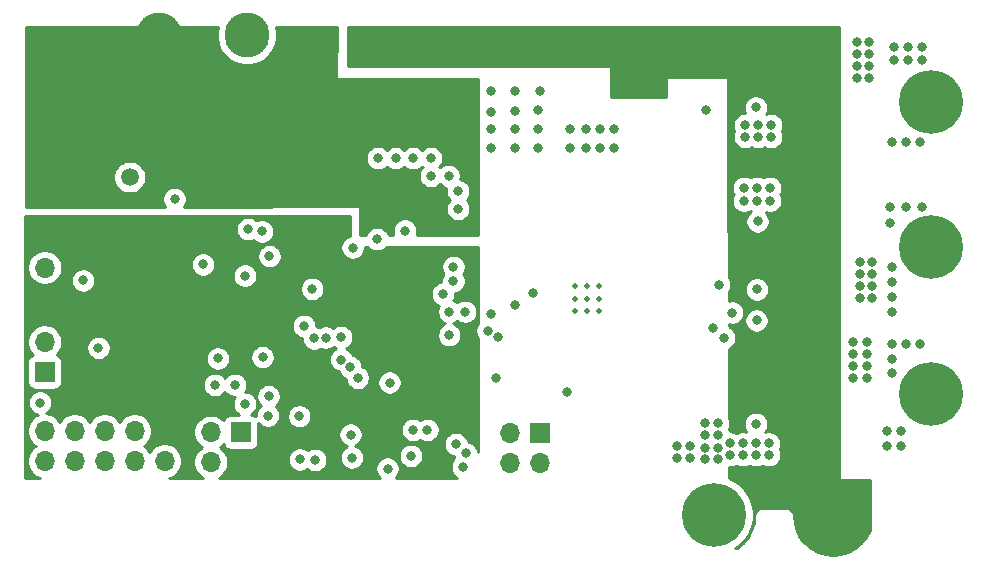
<source format=gbr>
%TF.GenerationSoftware,KiCad,Pcbnew,(5.1.6)-1*%
%TF.CreationDate,2021-03-31T23:30:28+02:00*%
%TF.ProjectId,DRIVER_8323_based,44524956-4552-45f3-9833-32335f626173,rev?*%
%TF.SameCoordinates,Original*%
%TF.FileFunction,Copper,L3,Inr*%
%TF.FilePolarity,Positive*%
%FSLAX46Y46*%
G04 Gerber Fmt 4.6, Leading zero omitted, Abs format (unit mm)*
G04 Created by KiCad (PCBNEW (5.1.6)-1) date 2021-03-31 23:30:28*
%MOMM*%
%LPD*%
G01*
G04 APERTURE LIST*
%TA.AperFunction,ViaPad*%
%ADD10O,1.700000X1.700000*%
%TD*%
%TA.AperFunction,ViaPad*%
%ADD11R,1.700000X1.700000*%
%TD*%
%TA.AperFunction,ViaPad*%
%ADD12C,3.800000*%
%TD*%
%TA.AperFunction,ViaPad*%
%ADD13C,5.400000*%
%TD*%
%TA.AperFunction,ViaPad*%
%ADD14C,0.500000*%
%TD*%
%TA.AperFunction,ViaPad*%
%ADD15C,0.800000*%
%TD*%
%TA.AperFunction,ViaPad*%
%ADD16C,1.500000*%
%TD*%
%TA.AperFunction,Conductor*%
%ADD17C,0.254000*%
%TD*%
G04 APERTURE END LIST*
D10*
%TO.N,GND*%
%TO.C,J6*%
X84000000Y-64260000D03*
D11*
%TO.N,+3V3*%
X84000000Y-66800000D03*
%TD*%
D10*
%TO.N,USART1_TX*%
%TO.C,J2*%
X84000000Y-70560000D03*
D11*
%TO.N,USART1_RX*%
X84000000Y-73100000D03*
%TD*%
D10*
%TO.N,NRST*%
%TO.C,J5*%
X83990000Y-80640000D03*
%TO.N,GND*%
X83990000Y-78100000D03*
%TO.N,Net-(J5-Pad8)*%
X86530000Y-80640000D03*
%TO.N,Net-(J5-Pad7)*%
X86530000Y-78100000D03*
%TO.N,SWO*%
X89070000Y-80640000D03*
%TO.N,GND*%
X89070000Y-78100000D03*
%TO.N,SWCLK*%
X91610000Y-80640000D03*
%TO.N,GND*%
X91610000Y-78100000D03*
%TO.N,SWDIO*%
X94150000Y-80640000D03*
D11*
%TO.N,+3V3*%
X94150000Y-78100000D03*
%TD*%
D10*
%TO.N,GND*%
%TO.C,J3*%
X98060000Y-80740000D03*
%TO.N,i2c1_SCL*%
X98060000Y-78200000D03*
%TO.N,+3V3*%
X100600000Y-80740000D03*
D11*
%TO.N,i2c1_SDA*%
X100600000Y-78200000D03*
%TD*%
D10*
%TO.N,GND*%
%TO.C,J1*%
X123410000Y-80800000D03*
%TO.N,encoder_1*%
X123410000Y-78260000D03*
%TO.N,+12V*%
X125950000Y-80800000D03*
D11*
%TO.N,encoder_2*%
X125950000Y-78260000D03*
%TD*%
D12*
%TO.N,GND*%
%TO.C,H7*%
X101100000Y-44600000D03*
%TD*%
%TO.N,+12V*%
%TO.C,H6*%
X93700000Y-44600000D03*
%TD*%
D13*
%TO.N,SHC*%
%TO.C,H5*%
X159000000Y-50250000D03*
%TD*%
%TO.N,SHB*%
%TO.C,H4*%
X159000000Y-62500000D03*
%TD*%
%TO.N,SHA*%
%TO.C,H3*%
X159000000Y-75000000D03*
%TD*%
%TO.N,GND*%
%TO.C,H2*%
X140700000Y-85200000D03*
%TD*%
%TO.N,+48V*%
%TO.C,H1*%
X150700000Y-85200000D03*
%TD*%
D14*
%TO.N,GND*%
%TO.C,U2*%
X130905000Y-65854216D03*
X130905000Y-66879216D03*
X130905000Y-67904216D03*
X129880000Y-65854216D03*
X129880000Y-66879216D03*
X129880000Y-67904216D03*
X128855000Y-65854216D03*
X128855000Y-66879216D03*
X128855000Y-67904216D03*
%TD*%
D15*
%TO.N,SHA*%
X153600000Y-72600000D03*
X153600000Y-71600000D03*
X153600000Y-70600000D03*
X153600000Y-73600000D03*
X152400000Y-70600000D03*
X152400000Y-71600000D03*
X152400000Y-72600000D03*
X152400000Y-73600000D03*
X158100000Y-70700000D03*
X156900000Y-70700000D03*
X155700000Y-70700000D03*
X155700000Y-72000000D03*
X155700000Y-73200000D03*
X156500000Y-78100000D03*
X155300000Y-78100000D03*
X155300000Y-79400000D03*
X156500000Y-79400000D03*
%TO.N,GND*%
X123800000Y-51000000D03*
X121800000Y-51100000D03*
X121800000Y-52500000D03*
X121800000Y-54100000D03*
X121800000Y-49300000D03*
X123800000Y-49300000D03*
X123800000Y-52500000D03*
X123800000Y-54100000D03*
X125800000Y-54100000D03*
X125800000Y-52500000D03*
X125800000Y-50900000D03*
X125900000Y-49300000D03*
X144400000Y-53200000D03*
X122244000Y-73652000D03*
X145500000Y-52200000D03*
X144400000Y-52200000D03*
X143300000Y-52200000D03*
X143300000Y-53200000D03*
X145500000Y-53200000D03*
X145400000Y-58600000D03*
X144300000Y-58600000D03*
X143200000Y-58600000D03*
X143200000Y-57500000D03*
X144300000Y-57500000D03*
X145400000Y-57500000D03*
X143100000Y-79150000D03*
X143100000Y-80150000D03*
X142000000Y-80150000D03*
X142000000Y-79150000D03*
X141000000Y-77450000D03*
X141000000Y-78450000D03*
X139900000Y-78450000D03*
X139900000Y-77450000D03*
X140024990Y-50900000D03*
X144200000Y-50700000D03*
X118800000Y-79200000D03*
X116400000Y-78000000D03*
X115200000Y-78000000D03*
X113200000Y-74000000D03*
X115000000Y-80200000D03*
X118600000Y-65400000D03*
X118600000Y-64200000D03*
X100950000Y-64950000D03*
X98650000Y-71950000D03*
X88550000Y-71050000D03*
X87250000Y-65350000D03*
X95000000Y-58450000D03*
D16*
X91200000Y-56600000D03*
D15*
X117700000Y-66500000D03*
X102450000Y-71850000D03*
X105550000Y-76850000D03*
X100100000Y-74180000D03*
X103020000Y-63300000D03*
X106650000Y-66070000D03*
X113030000Y-81280000D03*
X112200000Y-55000000D03*
X113700000Y-55000000D03*
X115200000Y-55000000D03*
X116700000Y-55000000D03*
X116700000Y-56500000D03*
X118200000Y-56500000D03*
X119000000Y-59300000D03*
X119000000Y-57800000D03*
X132200000Y-52500000D03*
X132200000Y-54100000D03*
X131000000Y-54100000D03*
X131000000Y-52500000D03*
X129800000Y-52500000D03*
X129800000Y-54100000D03*
X128500000Y-54100000D03*
X128500000Y-52500000D03*
X83600000Y-75700000D03*
X141500000Y-70200000D03*
X144200000Y-77500000D03*
X144200000Y-80150000D03*
X145300000Y-79150000D03*
X144200000Y-79150000D03*
X145300000Y-80150000D03*
X105600000Y-80500000D03*
X106900000Y-80550000D03*
X97400000Y-64000000D03*
X144350000Y-60350000D03*
X140600000Y-69354216D03*
X139900000Y-79500000D03*
X139900000Y-80500000D03*
X141000000Y-80500000D03*
X141000000Y-79500000D03*
X138600000Y-79400000D03*
X137500000Y-80400000D03*
X137500000Y-79400000D03*
X138600000Y-80400000D03*
%TO.N,+3V3*%
X105000000Y-78000000D03*
X94200000Y-64500000D03*
X92600000Y-64500000D03*
X91000000Y-64500000D03*
X89400000Y-64500000D03*
X94200000Y-65700000D03*
X92600000Y-65700000D03*
X91000000Y-65700000D03*
X89400000Y-65700000D03*
X89300000Y-68226000D03*
X94380000Y-68226000D03*
X119200000Y-75800000D03*
X115200000Y-64000000D03*
X100170000Y-72900000D03*
X102860000Y-65010000D03*
X94380000Y-66956000D03*
X89300000Y-66956000D03*
X120020000Y-63820000D03*
X108300000Y-79850000D03*
%TO.N,+48V*%
X129750000Y-44900000D03*
X129750000Y-46150000D03*
X150600000Y-77200000D03*
X150600000Y-77200000D03*
X150600000Y-78200000D03*
X150600000Y-79200000D03*
X150600000Y-80200000D03*
X149400000Y-80200000D03*
X148200000Y-80200000D03*
X148200000Y-79200000D03*
X148200000Y-78200000D03*
X148200000Y-77200000D03*
X149400000Y-78200000D03*
X149400000Y-79200000D03*
X148600000Y-57800000D03*
X149600000Y-57800000D03*
X150600000Y-57800000D03*
X150600000Y-58800000D03*
X149600000Y-58800000D03*
X148600000Y-58800000D03*
X148600000Y-59800000D03*
X149600000Y-59800000D03*
X150600000Y-59800000D03*
X150600000Y-51600000D03*
X149600000Y-51600000D03*
X148600000Y-51600000D03*
X148600000Y-52600000D03*
X149600000Y-52600000D03*
X150600000Y-52600000D03*
X150600000Y-53600000D03*
X149600000Y-53600000D03*
X148600000Y-53600000D03*
X148600000Y-60800000D03*
X150600000Y-60800000D03*
X150600000Y-54600000D03*
X149600000Y-54600000D03*
X148600000Y-54600000D03*
X115800000Y-44800000D03*
X114300000Y-44800000D03*
X112800000Y-44800000D03*
X111300000Y-44800000D03*
X110300000Y-46900000D03*
X110300000Y-45800000D03*
X110300000Y-44800000D03*
X132600000Y-44900000D03*
X131300000Y-44900000D03*
X131300000Y-46200000D03*
X132600000Y-46200000D03*
X132600000Y-47800000D03*
X132600000Y-49200000D03*
X134300000Y-49200000D03*
X135800000Y-49200000D03*
X149400000Y-77200000D03*
X149600000Y-60800000D03*
X128189000Y-74811000D03*
%TO.N,SHB*%
X154000000Y-64800000D03*
X154000000Y-63800000D03*
X153000000Y-63800000D03*
X153000000Y-66800000D03*
X154000000Y-66800000D03*
X154000000Y-65800000D03*
X153000000Y-65800000D03*
X141100000Y-65700000D03*
X153000000Y-64800000D03*
X142200000Y-68080000D03*
X155550000Y-59150000D03*
X156900000Y-59150000D03*
X155750000Y-65500000D03*
X155750000Y-66750000D03*
X155750000Y-68000000D03*
X158300000Y-59100000D03*
X155550000Y-60450000D03*
X155750000Y-64250000D03*
%TO.N,SPB*%
X144300000Y-66100000D03*
X144275000Y-68725000D03*
%TO.N,SHC*%
X153800000Y-46200000D03*
X152800000Y-45200000D03*
X152800000Y-46200000D03*
X153800000Y-45200000D03*
X153800000Y-48200000D03*
X152800000Y-47200000D03*
X152800000Y-48200000D03*
X153800000Y-47200000D03*
X155900000Y-45600000D03*
X157100000Y-45600000D03*
X158300000Y-45600000D03*
X155900000Y-46700000D03*
X158300000Y-46700000D03*
X157100000Y-46700000D03*
X155700000Y-53600000D03*
X156900000Y-53600000D03*
X158100000Y-53600000D03*
%TO.N,NRST*%
X105950000Y-69200000D03*
X98400000Y-74200000D03*
%TO.N,SWO*%
X109094309Y-72045068D03*
X102950000Y-75150000D03*
%TO.N,SWCLK*%
X109850000Y-72700000D03*
X100950000Y-75800000D03*
%TO.N,SWDIO*%
X110500000Y-73600000D03*
X102900000Y-76800000D03*
%TO.N,TIM1_CH3*%
X119600000Y-68000000D03*
X121800000Y-68150000D03*
%TO.N,TIM1_CH1*%
X118250000Y-69975000D03*
X118250000Y-68000000D03*
%TO.N,TIM1_CH2N*%
X121500000Y-69625000D03*
X123850000Y-67404216D03*
%TO.N,TIM1_CH1N*%
X125350000Y-66404216D03*
X122350799Y-70150493D03*
%TO.N,SOC*%
X114500000Y-61125000D03*
X109100000Y-70150000D03*
%TO.N,SOB*%
X107798055Y-70187622D03*
X112150000Y-61850000D03*
%TO.N,SOA*%
X106800000Y-70250000D03*
X110075000Y-62575000D03*
%TO.N,+12V*%
X84150000Y-57100000D03*
X109900000Y-50500000D03*
X109900000Y-51600000D03*
X109900000Y-52700000D03*
X109900000Y-53900000D03*
X109900000Y-55000000D03*
X96500000Y-47400000D03*
X94900000Y-47400000D03*
X93100000Y-47950000D03*
X90100000Y-47350000D03*
X90100000Y-49650000D03*
X83700000Y-45900000D03*
X83700000Y-47400000D03*
X83700000Y-48900000D03*
X83700000Y-50500000D03*
X93150000Y-50750000D03*
X90100000Y-50800000D03*
X93100000Y-49400000D03*
X90100000Y-48500000D03*
X85350000Y-45900000D03*
X85350000Y-47400000D03*
X85300000Y-48900000D03*
X85300000Y-50450000D03*
X110000000Y-57500000D03*
%TO.N,encoder_1*%
X119400000Y-81150000D03*
X110000000Y-80350000D03*
%TO.N,encoder_2*%
X119650000Y-80000000D03*
X109900000Y-78400000D03*
%TO.N,i2c1_SDA*%
X102400000Y-61200000D03*
%TO.N,i2c1_SCL*%
X101212653Y-61012653D03*
%TD*%
D17*
%TO.N,+12V*%
G36*
X98658486Y-43880337D02*
G01*
X98565000Y-44350324D01*
X98565000Y-44849676D01*
X98662418Y-45339432D01*
X98853512Y-45800773D01*
X99130937Y-46215968D01*
X99484032Y-46569063D01*
X99899227Y-46846488D01*
X100360568Y-47037582D01*
X100850324Y-47135000D01*
X101349676Y-47135000D01*
X101839432Y-47037582D01*
X102300773Y-46846488D01*
X102715968Y-46569063D01*
X103069063Y-46215968D01*
X103346488Y-45800773D01*
X103537582Y-45339432D01*
X103635000Y-44849676D01*
X103635000Y-44350324D01*
X103542566Y-43885623D01*
X108721565Y-43891228D01*
X108673004Y-48194833D01*
X108675165Y-48219635D01*
X108682122Y-48243540D01*
X108693610Y-48265627D01*
X108709186Y-48285050D01*
X108728252Y-48301060D01*
X108750074Y-48313043D01*
X108773816Y-48320538D01*
X108799917Y-48323266D01*
X120673005Y-48330655D01*
X120673000Y-61473000D01*
X115476130Y-61473000D01*
X115495226Y-61426898D01*
X115535000Y-61226939D01*
X115535000Y-61023061D01*
X115495226Y-60823102D01*
X115417205Y-60634744D01*
X115303937Y-60465226D01*
X115159774Y-60321063D01*
X114990256Y-60207795D01*
X114801898Y-60129774D01*
X114601939Y-60090000D01*
X114398061Y-60090000D01*
X114198102Y-60129774D01*
X114009744Y-60207795D01*
X113840226Y-60321063D01*
X113696063Y-60465226D01*
X113582795Y-60634744D01*
X113504774Y-60823102D01*
X113465000Y-61023061D01*
X113465000Y-61226939D01*
X113504774Y-61426898D01*
X113523870Y-61473000D01*
X113114118Y-61473000D01*
X113067205Y-61359744D01*
X112953937Y-61190226D01*
X112809774Y-61046063D01*
X112640256Y-60932795D01*
X112451898Y-60854774D01*
X112251939Y-60815000D01*
X112048061Y-60815000D01*
X111848102Y-60854774D01*
X111659744Y-60932795D01*
X111490226Y-61046063D01*
X111346063Y-61190226D01*
X111232795Y-61359744D01*
X111185882Y-61473000D01*
X110727000Y-61473000D01*
X110727000Y-59200000D01*
X110724560Y-59175224D01*
X110717333Y-59151399D01*
X110705597Y-59129443D01*
X110689803Y-59110197D01*
X110670557Y-59094403D01*
X110648601Y-59082667D01*
X110624776Y-59075440D01*
X110599776Y-59073000D01*
X95811050Y-59099128D01*
X95917205Y-58940256D01*
X95995226Y-58751898D01*
X96035000Y-58551939D01*
X96035000Y-58348061D01*
X95995226Y-58148102D01*
X95917205Y-57959744D01*
X95803937Y-57790226D01*
X95659774Y-57646063D01*
X95490256Y-57532795D01*
X95301898Y-57454774D01*
X95101939Y-57415000D01*
X94898061Y-57415000D01*
X94698102Y-57454774D01*
X94509744Y-57532795D01*
X94340226Y-57646063D01*
X94196063Y-57790226D01*
X94082795Y-57959744D01*
X94004774Y-58148102D01*
X93965000Y-58348061D01*
X93965000Y-58551939D01*
X94004774Y-58751898D01*
X94082795Y-58940256D01*
X94190863Y-59101991D01*
X82427000Y-59122775D01*
X82427000Y-56463589D01*
X89815000Y-56463589D01*
X89815000Y-56736411D01*
X89868225Y-57003989D01*
X89972629Y-57256043D01*
X90124201Y-57482886D01*
X90317114Y-57675799D01*
X90543957Y-57827371D01*
X90796011Y-57931775D01*
X91063589Y-57985000D01*
X91336411Y-57985000D01*
X91603989Y-57931775D01*
X91856043Y-57827371D01*
X92082886Y-57675799D01*
X92275799Y-57482886D01*
X92427371Y-57256043D01*
X92531775Y-57003989D01*
X92585000Y-56736411D01*
X92585000Y-56463589D01*
X92531775Y-56196011D01*
X92427371Y-55943957D01*
X92275799Y-55717114D01*
X92082886Y-55524201D01*
X91856043Y-55372629D01*
X91603989Y-55268225D01*
X91336411Y-55215000D01*
X91063589Y-55215000D01*
X90796011Y-55268225D01*
X90543957Y-55372629D01*
X90317114Y-55524201D01*
X90124201Y-55717114D01*
X89972629Y-55943957D01*
X89868225Y-56196011D01*
X89815000Y-56463589D01*
X82427000Y-56463589D01*
X82427000Y-54898061D01*
X111165000Y-54898061D01*
X111165000Y-55101939D01*
X111204774Y-55301898D01*
X111282795Y-55490256D01*
X111396063Y-55659774D01*
X111540226Y-55803937D01*
X111709744Y-55917205D01*
X111898102Y-55995226D01*
X112098061Y-56035000D01*
X112301939Y-56035000D01*
X112501898Y-55995226D01*
X112690256Y-55917205D01*
X112859774Y-55803937D01*
X112950000Y-55713711D01*
X113040226Y-55803937D01*
X113209744Y-55917205D01*
X113398102Y-55995226D01*
X113598061Y-56035000D01*
X113801939Y-56035000D01*
X114001898Y-55995226D01*
X114190256Y-55917205D01*
X114359774Y-55803937D01*
X114450000Y-55713711D01*
X114540226Y-55803937D01*
X114709744Y-55917205D01*
X114898102Y-55995226D01*
X115098061Y-56035000D01*
X115301939Y-56035000D01*
X115501898Y-55995226D01*
X115690256Y-55917205D01*
X115859774Y-55803937D01*
X115950000Y-55713711D01*
X115986289Y-55750000D01*
X115896063Y-55840226D01*
X115782795Y-56009744D01*
X115704774Y-56198102D01*
X115665000Y-56398061D01*
X115665000Y-56601939D01*
X115704774Y-56801898D01*
X115782795Y-56990256D01*
X115896063Y-57159774D01*
X116040226Y-57303937D01*
X116209744Y-57417205D01*
X116398102Y-57495226D01*
X116598061Y-57535000D01*
X116801939Y-57535000D01*
X117001898Y-57495226D01*
X117190256Y-57417205D01*
X117359774Y-57303937D01*
X117450000Y-57213711D01*
X117540226Y-57303937D01*
X117709744Y-57417205D01*
X117898102Y-57495226D01*
X118001264Y-57515746D01*
X117965000Y-57698061D01*
X117965000Y-57901939D01*
X118004774Y-58101898D01*
X118082795Y-58290256D01*
X118196063Y-58459774D01*
X118286289Y-58550000D01*
X118196063Y-58640226D01*
X118082795Y-58809744D01*
X118004774Y-58998102D01*
X117965000Y-59198061D01*
X117965000Y-59401939D01*
X118004774Y-59601898D01*
X118082795Y-59790256D01*
X118196063Y-59959774D01*
X118340226Y-60103937D01*
X118509744Y-60217205D01*
X118698102Y-60295226D01*
X118898061Y-60335000D01*
X119101939Y-60335000D01*
X119301898Y-60295226D01*
X119490256Y-60217205D01*
X119659774Y-60103937D01*
X119803937Y-59959774D01*
X119917205Y-59790256D01*
X119995226Y-59601898D01*
X120035000Y-59401939D01*
X120035000Y-59198061D01*
X119995226Y-58998102D01*
X119917205Y-58809744D01*
X119803937Y-58640226D01*
X119713711Y-58550000D01*
X119803937Y-58459774D01*
X119917205Y-58290256D01*
X119995226Y-58101898D01*
X120035000Y-57901939D01*
X120035000Y-57698061D01*
X119995226Y-57498102D01*
X119917205Y-57309744D01*
X119803937Y-57140226D01*
X119659774Y-56996063D01*
X119490256Y-56882795D01*
X119301898Y-56804774D01*
X119198736Y-56784254D01*
X119235000Y-56601939D01*
X119235000Y-56398061D01*
X119195226Y-56198102D01*
X119117205Y-56009744D01*
X119003937Y-55840226D01*
X118859774Y-55696063D01*
X118690256Y-55582795D01*
X118501898Y-55504774D01*
X118301939Y-55465000D01*
X118098061Y-55465000D01*
X117898102Y-55504774D01*
X117709744Y-55582795D01*
X117540226Y-55696063D01*
X117450000Y-55786289D01*
X117413711Y-55750000D01*
X117503937Y-55659774D01*
X117617205Y-55490256D01*
X117695226Y-55301898D01*
X117735000Y-55101939D01*
X117735000Y-54898061D01*
X117695226Y-54698102D01*
X117617205Y-54509744D01*
X117503937Y-54340226D01*
X117359774Y-54196063D01*
X117190256Y-54082795D01*
X117001898Y-54004774D01*
X116801939Y-53965000D01*
X116598061Y-53965000D01*
X116398102Y-54004774D01*
X116209744Y-54082795D01*
X116040226Y-54196063D01*
X115950000Y-54286289D01*
X115859774Y-54196063D01*
X115690256Y-54082795D01*
X115501898Y-54004774D01*
X115301939Y-53965000D01*
X115098061Y-53965000D01*
X114898102Y-54004774D01*
X114709744Y-54082795D01*
X114540226Y-54196063D01*
X114450000Y-54286289D01*
X114359774Y-54196063D01*
X114190256Y-54082795D01*
X114001898Y-54004774D01*
X113801939Y-53965000D01*
X113598061Y-53965000D01*
X113398102Y-54004774D01*
X113209744Y-54082795D01*
X113040226Y-54196063D01*
X112950000Y-54286289D01*
X112859774Y-54196063D01*
X112690256Y-54082795D01*
X112501898Y-54004774D01*
X112301939Y-53965000D01*
X112098061Y-53965000D01*
X111898102Y-54004774D01*
X111709744Y-54082795D01*
X111540226Y-54196063D01*
X111396063Y-54340226D01*
X111282795Y-54509744D01*
X111204774Y-54698102D01*
X111165000Y-54898061D01*
X82427000Y-54898061D01*
X82427000Y-43862771D01*
X98658486Y-43880337D01*
G37*
X98658486Y-43880337D02*
X98565000Y-44350324D01*
X98565000Y-44849676D01*
X98662418Y-45339432D01*
X98853512Y-45800773D01*
X99130937Y-46215968D01*
X99484032Y-46569063D01*
X99899227Y-46846488D01*
X100360568Y-47037582D01*
X100850324Y-47135000D01*
X101349676Y-47135000D01*
X101839432Y-47037582D01*
X102300773Y-46846488D01*
X102715968Y-46569063D01*
X103069063Y-46215968D01*
X103346488Y-45800773D01*
X103537582Y-45339432D01*
X103635000Y-44849676D01*
X103635000Y-44350324D01*
X103542566Y-43885623D01*
X108721565Y-43891228D01*
X108673004Y-48194833D01*
X108675165Y-48219635D01*
X108682122Y-48243540D01*
X108693610Y-48265627D01*
X108709186Y-48285050D01*
X108728252Y-48301060D01*
X108750074Y-48313043D01*
X108773816Y-48320538D01*
X108799917Y-48323266D01*
X120673005Y-48330655D01*
X120673000Y-61473000D01*
X115476130Y-61473000D01*
X115495226Y-61426898D01*
X115535000Y-61226939D01*
X115535000Y-61023061D01*
X115495226Y-60823102D01*
X115417205Y-60634744D01*
X115303937Y-60465226D01*
X115159774Y-60321063D01*
X114990256Y-60207795D01*
X114801898Y-60129774D01*
X114601939Y-60090000D01*
X114398061Y-60090000D01*
X114198102Y-60129774D01*
X114009744Y-60207795D01*
X113840226Y-60321063D01*
X113696063Y-60465226D01*
X113582795Y-60634744D01*
X113504774Y-60823102D01*
X113465000Y-61023061D01*
X113465000Y-61226939D01*
X113504774Y-61426898D01*
X113523870Y-61473000D01*
X113114118Y-61473000D01*
X113067205Y-61359744D01*
X112953937Y-61190226D01*
X112809774Y-61046063D01*
X112640256Y-60932795D01*
X112451898Y-60854774D01*
X112251939Y-60815000D01*
X112048061Y-60815000D01*
X111848102Y-60854774D01*
X111659744Y-60932795D01*
X111490226Y-61046063D01*
X111346063Y-61190226D01*
X111232795Y-61359744D01*
X111185882Y-61473000D01*
X110727000Y-61473000D01*
X110727000Y-59200000D01*
X110724560Y-59175224D01*
X110717333Y-59151399D01*
X110705597Y-59129443D01*
X110689803Y-59110197D01*
X110670557Y-59094403D01*
X110648601Y-59082667D01*
X110624776Y-59075440D01*
X110599776Y-59073000D01*
X95811050Y-59099128D01*
X95917205Y-58940256D01*
X95995226Y-58751898D01*
X96035000Y-58551939D01*
X96035000Y-58348061D01*
X95995226Y-58148102D01*
X95917205Y-57959744D01*
X95803937Y-57790226D01*
X95659774Y-57646063D01*
X95490256Y-57532795D01*
X95301898Y-57454774D01*
X95101939Y-57415000D01*
X94898061Y-57415000D01*
X94698102Y-57454774D01*
X94509744Y-57532795D01*
X94340226Y-57646063D01*
X94196063Y-57790226D01*
X94082795Y-57959744D01*
X94004774Y-58148102D01*
X93965000Y-58348061D01*
X93965000Y-58551939D01*
X94004774Y-58751898D01*
X94082795Y-58940256D01*
X94190863Y-59101991D01*
X82427000Y-59122775D01*
X82427000Y-56463589D01*
X89815000Y-56463589D01*
X89815000Y-56736411D01*
X89868225Y-57003989D01*
X89972629Y-57256043D01*
X90124201Y-57482886D01*
X90317114Y-57675799D01*
X90543957Y-57827371D01*
X90796011Y-57931775D01*
X91063589Y-57985000D01*
X91336411Y-57985000D01*
X91603989Y-57931775D01*
X91856043Y-57827371D01*
X92082886Y-57675799D01*
X92275799Y-57482886D01*
X92427371Y-57256043D01*
X92531775Y-57003989D01*
X92585000Y-56736411D01*
X92585000Y-56463589D01*
X92531775Y-56196011D01*
X92427371Y-55943957D01*
X92275799Y-55717114D01*
X92082886Y-55524201D01*
X91856043Y-55372629D01*
X91603989Y-55268225D01*
X91336411Y-55215000D01*
X91063589Y-55215000D01*
X90796011Y-55268225D01*
X90543957Y-55372629D01*
X90317114Y-55524201D01*
X90124201Y-55717114D01*
X89972629Y-55943957D01*
X89868225Y-56196011D01*
X89815000Y-56463589D01*
X82427000Y-56463589D01*
X82427000Y-54898061D01*
X111165000Y-54898061D01*
X111165000Y-55101939D01*
X111204774Y-55301898D01*
X111282795Y-55490256D01*
X111396063Y-55659774D01*
X111540226Y-55803937D01*
X111709744Y-55917205D01*
X111898102Y-55995226D01*
X112098061Y-56035000D01*
X112301939Y-56035000D01*
X112501898Y-55995226D01*
X112690256Y-55917205D01*
X112859774Y-55803937D01*
X112950000Y-55713711D01*
X113040226Y-55803937D01*
X113209744Y-55917205D01*
X113398102Y-55995226D01*
X113598061Y-56035000D01*
X113801939Y-56035000D01*
X114001898Y-55995226D01*
X114190256Y-55917205D01*
X114359774Y-55803937D01*
X114450000Y-55713711D01*
X114540226Y-55803937D01*
X114709744Y-55917205D01*
X114898102Y-55995226D01*
X115098061Y-56035000D01*
X115301939Y-56035000D01*
X115501898Y-55995226D01*
X115690256Y-55917205D01*
X115859774Y-55803937D01*
X115950000Y-55713711D01*
X115986289Y-55750000D01*
X115896063Y-55840226D01*
X115782795Y-56009744D01*
X115704774Y-56198102D01*
X115665000Y-56398061D01*
X115665000Y-56601939D01*
X115704774Y-56801898D01*
X115782795Y-56990256D01*
X115896063Y-57159774D01*
X116040226Y-57303937D01*
X116209744Y-57417205D01*
X116398102Y-57495226D01*
X116598061Y-57535000D01*
X116801939Y-57535000D01*
X117001898Y-57495226D01*
X117190256Y-57417205D01*
X117359774Y-57303937D01*
X117450000Y-57213711D01*
X117540226Y-57303937D01*
X117709744Y-57417205D01*
X117898102Y-57495226D01*
X118001264Y-57515746D01*
X117965000Y-57698061D01*
X117965000Y-57901939D01*
X118004774Y-58101898D01*
X118082795Y-58290256D01*
X118196063Y-58459774D01*
X118286289Y-58550000D01*
X118196063Y-58640226D01*
X118082795Y-58809744D01*
X118004774Y-58998102D01*
X117965000Y-59198061D01*
X117965000Y-59401939D01*
X118004774Y-59601898D01*
X118082795Y-59790256D01*
X118196063Y-59959774D01*
X118340226Y-60103937D01*
X118509744Y-60217205D01*
X118698102Y-60295226D01*
X118898061Y-60335000D01*
X119101939Y-60335000D01*
X119301898Y-60295226D01*
X119490256Y-60217205D01*
X119659774Y-60103937D01*
X119803937Y-59959774D01*
X119917205Y-59790256D01*
X119995226Y-59601898D01*
X120035000Y-59401939D01*
X120035000Y-59198061D01*
X119995226Y-58998102D01*
X119917205Y-58809744D01*
X119803937Y-58640226D01*
X119713711Y-58550000D01*
X119803937Y-58459774D01*
X119917205Y-58290256D01*
X119995226Y-58101898D01*
X120035000Y-57901939D01*
X120035000Y-57698061D01*
X119995226Y-57498102D01*
X119917205Y-57309744D01*
X119803937Y-57140226D01*
X119659774Y-56996063D01*
X119490256Y-56882795D01*
X119301898Y-56804774D01*
X119198736Y-56784254D01*
X119235000Y-56601939D01*
X119235000Y-56398061D01*
X119195226Y-56198102D01*
X119117205Y-56009744D01*
X119003937Y-55840226D01*
X118859774Y-55696063D01*
X118690256Y-55582795D01*
X118501898Y-55504774D01*
X118301939Y-55465000D01*
X118098061Y-55465000D01*
X117898102Y-55504774D01*
X117709744Y-55582795D01*
X117540226Y-55696063D01*
X117450000Y-55786289D01*
X117413711Y-55750000D01*
X117503937Y-55659774D01*
X117617205Y-55490256D01*
X117695226Y-55301898D01*
X117735000Y-55101939D01*
X117735000Y-54898061D01*
X117695226Y-54698102D01*
X117617205Y-54509744D01*
X117503937Y-54340226D01*
X117359774Y-54196063D01*
X117190256Y-54082795D01*
X117001898Y-54004774D01*
X116801939Y-53965000D01*
X116598061Y-53965000D01*
X116398102Y-54004774D01*
X116209744Y-54082795D01*
X116040226Y-54196063D01*
X115950000Y-54286289D01*
X115859774Y-54196063D01*
X115690256Y-54082795D01*
X115501898Y-54004774D01*
X115301939Y-53965000D01*
X115098061Y-53965000D01*
X114898102Y-54004774D01*
X114709744Y-54082795D01*
X114540226Y-54196063D01*
X114450000Y-54286289D01*
X114359774Y-54196063D01*
X114190256Y-54082795D01*
X114001898Y-54004774D01*
X113801939Y-53965000D01*
X113598061Y-53965000D01*
X113398102Y-54004774D01*
X113209744Y-54082795D01*
X113040226Y-54196063D01*
X112950000Y-54286289D01*
X112859774Y-54196063D01*
X112690256Y-54082795D01*
X112501898Y-54004774D01*
X112301939Y-53965000D01*
X112098061Y-53965000D01*
X111898102Y-54004774D01*
X111709744Y-54082795D01*
X111540226Y-54196063D01*
X111396063Y-54340226D01*
X111282795Y-54509744D01*
X111204774Y-54698102D01*
X111165000Y-54898061D01*
X82427000Y-54898061D01*
X82427000Y-43862771D01*
X98658486Y-43880337D01*
%TO.N,+3V3*%
G36*
X109873000Y-61559903D02*
G01*
X109773102Y-61579774D01*
X109584744Y-61657795D01*
X109415226Y-61771063D01*
X109271063Y-61915226D01*
X109157795Y-62084744D01*
X109079774Y-62273102D01*
X109040000Y-62473061D01*
X109040000Y-62676939D01*
X109079774Y-62876898D01*
X109157795Y-63065256D01*
X109271063Y-63234774D01*
X109415226Y-63378937D01*
X109584744Y-63492205D01*
X109773102Y-63570226D01*
X109973061Y-63610000D01*
X110176939Y-63610000D01*
X110376898Y-63570226D01*
X110565256Y-63492205D01*
X110734774Y-63378937D01*
X110878937Y-63234774D01*
X110992205Y-63065256D01*
X111070226Y-62876898D01*
X111110000Y-62676939D01*
X111110000Y-62527000D01*
X111363289Y-62527000D01*
X111490226Y-62653937D01*
X111659744Y-62767205D01*
X111848102Y-62845226D01*
X112048061Y-62885000D01*
X112251939Y-62885000D01*
X112451898Y-62845226D01*
X112640256Y-62767205D01*
X112809774Y-62653937D01*
X112936711Y-62527000D01*
X120673000Y-62527000D01*
X120673000Y-68999742D01*
X120582795Y-69134744D01*
X120504774Y-69323102D01*
X120465000Y-69523061D01*
X120465000Y-69726939D01*
X120504774Y-69926898D01*
X120582795Y-70115256D01*
X120673000Y-70250258D01*
X120673000Y-79837732D01*
X120645226Y-79698102D01*
X120567205Y-79509744D01*
X120453937Y-79340226D01*
X120309774Y-79196063D01*
X120140256Y-79082795D01*
X119951898Y-79004774D01*
X119810864Y-78976721D01*
X119795226Y-78898102D01*
X119717205Y-78709744D01*
X119603937Y-78540226D01*
X119459774Y-78396063D01*
X119290256Y-78282795D01*
X119101898Y-78204774D01*
X118901939Y-78165000D01*
X118698061Y-78165000D01*
X118498102Y-78204774D01*
X118309744Y-78282795D01*
X118140226Y-78396063D01*
X117996063Y-78540226D01*
X117882795Y-78709744D01*
X117804774Y-78898102D01*
X117765000Y-79098061D01*
X117765000Y-79301939D01*
X117804774Y-79501898D01*
X117882795Y-79690256D01*
X117996063Y-79859774D01*
X118140226Y-80003937D01*
X118309744Y-80117205D01*
X118498102Y-80195226D01*
X118639136Y-80223279D01*
X118654774Y-80301898D01*
X118692738Y-80393551D01*
X118596063Y-80490226D01*
X118482795Y-80659744D01*
X118404774Y-80848102D01*
X118365000Y-81048061D01*
X118365000Y-81251939D01*
X118404774Y-81451898D01*
X118482795Y-81640256D01*
X118596063Y-81809774D01*
X118740226Y-81953937D01*
X118909744Y-82067205D01*
X118923734Y-82073000D01*
X113700711Y-82073000D01*
X113833937Y-81939774D01*
X113947205Y-81770256D01*
X114025226Y-81581898D01*
X114065000Y-81381939D01*
X114065000Y-81178061D01*
X114025226Y-80978102D01*
X113947205Y-80789744D01*
X113833937Y-80620226D01*
X113689774Y-80476063D01*
X113520256Y-80362795D01*
X113331898Y-80284774D01*
X113131939Y-80245000D01*
X112928061Y-80245000D01*
X112728102Y-80284774D01*
X112539744Y-80362795D01*
X112370226Y-80476063D01*
X112226063Y-80620226D01*
X112112795Y-80789744D01*
X112034774Y-80978102D01*
X111995000Y-81178061D01*
X111995000Y-81381939D01*
X112034774Y-81581898D01*
X112112795Y-81770256D01*
X112226063Y-81939774D01*
X112359289Y-82073000D01*
X98722345Y-82073000D01*
X98763411Y-82055990D01*
X99006632Y-81893475D01*
X99213475Y-81686632D01*
X99375990Y-81443411D01*
X99487932Y-81173158D01*
X99545000Y-80886260D01*
X99545000Y-80593740D01*
X99506077Y-80398061D01*
X104565000Y-80398061D01*
X104565000Y-80601939D01*
X104604774Y-80801898D01*
X104682795Y-80990256D01*
X104796063Y-81159774D01*
X104940226Y-81303937D01*
X105109744Y-81417205D01*
X105298102Y-81495226D01*
X105498061Y-81535000D01*
X105701939Y-81535000D01*
X105901898Y-81495226D01*
X106090256Y-81417205D01*
X106218083Y-81331794D01*
X106240226Y-81353937D01*
X106409744Y-81467205D01*
X106598102Y-81545226D01*
X106798061Y-81585000D01*
X107001939Y-81585000D01*
X107201898Y-81545226D01*
X107390256Y-81467205D01*
X107559774Y-81353937D01*
X107703937Y-81209774D01*
X107817205Y-81040256D01*
X107895226Y-80851898D01*
X107935000Y-80651939D01*
X107935000Y-80448061D01*
X107895226Y-80248102D01*
X107817205Y-80059744D01*
X107703937Y-79890226D01*
X107559774Y-79746063D01*
X107390256Y-79632795D01*
X107201898Y-79554774D01*
X107001939Y-79515000D01*
X106798061Y-79515000D01*
X106598102Y-79554774D01*
X106409744Y-79632795D01*
X106281917Y-79718206D01*
X106259774Y-79696063D01*
X106090256Y-79582795D01*
X105901898Y-79504774D01*
X105701939Y-79465000D01*
X105498061Y-79465000D01*
X105298102Y-79504774D01*
X105109744Y-79582795D01*
X104940226Y-79696063D01*
X104796063Y-79840226D01*
X104682795Y-80009744D01*
X104604774Y-80198102D01*
X104565000Y-80398061D01*
X99506077Y-80398061D01*
X99487932Y-80306842D01*
X99375990Y-80036589D01*
X99213475Y-79793368D01*
X99006632Y-79586525D01*
X98832240Y-79470000D01*
X99006632Y-79353475D01*
X99138487Y-79221620D01*
X99160498Y-79294180D01*
X99219463Y-79404494D01*
X99298815Y-79501185D01*
X99395506Y-79580537D01*
X99505820Y-79639502D01*
X99625518Y-79675812D01*
X99750000Y-79688072D01*
X101450000Y-79688072D01*
X101574482Y-79675812D01*
X101694180Y-79639502D01*
X101804494Y-79580537D01*
X101901185Y-79501185D01*
X101980537Y-79404494D01*
X102039502Y-79294180D01*
X102075812Y-79174482D01*
X102088072Y-79050000D01*
X102088072Y-78298061D01*
X108865000Y-78298061D01*
X108865000Y-78501939D01*
X108904774Y-78701898D01*
X108982795Y-78890256D01*
X109096063Y-79059774D01*
X109240226Y-79203937D01*
X109409744Y-79317205D01*
X109598102Y-79395226D01*
X109599683Y-79395541D01*
X109509744Y-79432795D01*
X109340226Y-79546063D01*
X109196063Y-79690226D01*
X109082795Y-79859744D01*
X109004774Y-80048102D01*
X108965000Y-80248061D01*
X108965000Y-80451939D01*
X109004774Y-80651898D01*
X109082795Y-80840256D01*
X109196063Y-81009774D01*
X109340226Y-81153937D01*
X109509744Y-81267205D01*
X109698102Y-81345226D01*
X109898061Y-81385000D01*
X110101939Y-81385000D01*
X110301898Y-81345226D01*
X110490256Y-81267205D01*
X110659774Y-81153937D01*
X110803937Y-81009774D01*
X110917205Y-80840256D01*
X110995226Y-80651898D01*
X111035000Y-80451939D01*
X111035000Y-80248061D01*
X111005164Y-80098061D01*
X113965000Y-80098061D01*
X113965000Y-80301939D01*
X114004774Y-80501898D01*
X114082795Y-80690256D01*
X114196063Y-80859774D01*
X114340226Y-81003937D01*
X114509744Y-81117205D01*
X114698102Y-81195226D01*
X114898061Y-81235000D01*
X115101939Y-81235000D01*
X115301898Y-81195226D01*
X115490256Y-81117205D01*
X115659774Y-81003937D01*
X115803937Y-80859774D01*
X115917205Y-80690256D01*
X115995226Y-80501898D01*
X116035000Y-80301939D01*
X116035000Y-80098061D01*
X115995226Y-79898102D01*
X115917205Y-79709744D01*
X115803937Y-79540226D01*
X115659774Y-79396063D01*
X115490256Y-79282795D01*
X115301898Y-79204774D01*
X115101939Y-79165000D01*
X114898061Y-79165000D01*
X114698102Y-79204774D01*
X114509744Y-79282795D01*
X114340226Y-79396063D01*
X114196063Y-79540226D01*
X114082795Y-79709744D01*
X114004774Y-79898102D01*
X113965000Y-80098061D01*
X111005164Y-80098061D01*
X110995226Y-80048102D01*
X110917205Y-79859744D01*
X110803937Y-79690226D01*
X110659774Y-79546063D01*
X110490256Y-79432795D01*
X110301898Y-79354774D01*
X110300317Y-79354459D01*
X110390256Y-79317205D01*
X110559774Y-79203937D01*
X110703937Y-79059774D01*
X110817205Y-78890256D01*
X110895226Y-78701898D01*
X110935000Y-78501939D01*
X110935000Y-78298061D01*
X110895226Y-78098102D01*
X110817205Y-77909744D01*
X110809399Y-77898061D01*
X114165000Y-77898061D01*
X114165000Y-78101939D01*
X114204774Y-78301898D01*
X114282795Y-78490256D01*
X114396063Y-78659774D01*
X114540226Y-78803937D01*
X114709744Y-78917205D01*
X114898102Y-78995226D01*
X115098061Y-79035000D01*
X115301939Y-79035000D01*
X115501898Y-78995226D01*
X115690256Y-78917205D01*
X115800000Y-78843877D01*
X115909744Y-78917205D01*
X116098102Y-78995226D01*
X116298061Y-79035000D01*
X116501939Y-79035000D01*
X116701898Y-78995226D01*
X116890256Y-78917205D01*
X117059774Y-78803937D01*
X117203937Y-78659774D01*
X117317205Y-78490256D01*
X117395226Y-78301898D01*
X117435000Y-78101939D01*
X117435000Y-77898061D01*
X117395226Y-77698102D01*
X117317205Y-77509744D01*
X117203937Y-77340226D01*
X117059774Y-77196063D01*
X116890256Y-77082795D01*
X116701898Y-77004774D01*
X116501939Y-76965000D01*
X116298061Y-76965000D01*
X116098102Y-77004774D01*
X115909744Y-77082795D01*
X115800000Y-77156123D01*
X115690256Y-77082795D01*
X115501898Y-77004774D01*
X115301939Y-76965000D01*
X115098061Y-76965000D01*
X114898102Y-77004774D01*
X114709744Y-77082795D01*
X114540226Y-77196063D01*
X114396063Y-77340226D01*
X114282795Y-77509744D01*
X114204774Y-77698102D01*
X114165000Y-77898061D01*
X110809399Y-77898061D01*
X110703937Y-77740226D01*
X110559774Y-77596063D01*
X110390256Y-77482795D01*
X110201898Y-77404774D01*
X110001939Y-77365000D01*
X109798061Y-77365000D01*
X109598102Y-77404774D01*
X109409744Y-77482795D01*
X109240226Y-77596063D01*
X109096063Y-77740226D01*
X108982795Y-77909744D01*
X108904774Y-78098102D01*
X108865000Y-78298061D01*
X102088072Y-78298061D01*
X102088072Y-77447815D01*
X102096063Y-77459774D01*
X102240226Y-77603937D01*
X102409744Y-77717205D01*
X102598102Y-77795226D01*
X102798061Y-77835000D01*
X103001939Y-77835000D01*
X103201898Y-77795226D01*
X103390256Y-77717205D01*
X103559774Y-77603937D01*
X103703937Y-77459774D01*
X103817205Y-77290256D01*
X103895226Y-77101898D01*
X103935000Y-76901939D01*
X103935000Y-76748061D01*
X104515000Y-76748061D01*
X104515000Y-76951939D01*
X104554774Y-77151898D01*
X104632795Y-77340256D01*
X104746063Y-77509774D01*
X104890226Y-77653937D01*
X105059744Y-77767205D01*
X105248102Y-77845226D01*
X105448061Y-77885000D01*
X105651939Y-77885000D01*
X105851898Y-77845226D01*
X106040256Y-77767205D01*
X106209774Y-77653937D01*
X106353937Y-77509774D01*
X106467205Y-77340256D01*
X106545226Y-77151898D01*
X106585000Y-76951939D01*
X106585000Y-76748061D01*
X106545226Y-76548102D01*
X106467205Y-76359744D01*
X106353937Y-76190226D01*
X106209774Y-76046063D01*
X106040256Y-75932795D01*
X105851898Y-75854774D01*
X105651939Y-75815000D01*
X105448061Y-75815000D01*
X105248102Y-75854774D01*
X105059744Y-75932795D01*
X104890226Y-76046063D01*
X104746063Y-76190226D01*
X104632795Y-76359744D01*
X104554774Y-76548102D01*
X104515000Y-76748061D01*
X103935000Y-76748061D01*
X103935000Y-76698061D01*
X103895226Y-76498102D01*
X103817205Y-76309744D01*
X103703937Y-76140226D01*
X103559774Y-75996063D01*
X103553251Y-75991704D01*
X103609774Y-75953937D01*
X103753937Y-75809774D01*
X103867205Y-75640256D01*
X103945226Y-75451898D01*
X103985000Y-75251939D01*
X103985000Y-75048061D01*
X103945226Y-74848102D01*
X103867205Y-74659744D01*
X103753937Y-74490226D01*
X103609774Y-74346063D01*
X103440256Y-74232795D01*
X103251898Y-74154774D01*
X103051939Y-74115000D01*
X102848061Y-74115000D01*
X102648102Y-74154774D01*
X102459744Y-74232795D01*
X102290226Y-74346063D01*
X102146063Y-74490226D01*
X102032795Y-74659744D01*
X101954774Y-74848102D01*
X101915000Y-75048061D01*
X101915000Y-75251939D01*
X101954774Y-75451898D01*
X102032795Y-75640256D01*
X102146063Y-75809774D01*
X102290226Y-75953937D01*
X102296749Y-75958296D01*
X102240226Y-75996063D01*
X102096063Y-76140226D01*
X101982795Y-76309744D01*
X101904774Y-76498102D01*
X101865000Y-76698061D01*
X101865000Y-76869119D01*
X101804494Y-76819463D01*
X101694180Y-76760498D01*
X101574482Y-76724188D01*
X101450000Y-76711928D01*
X101448154Y-76711928D01*
X101609774Y-76603937D01*
X101753937Y-76459774D01*
X101867205Y-76290256D01*
X101945226Y-76101898D01*
X101985000Y-75901939D01*
X101985000Y-75698061D01*
X101945226Y-75498102D01*
X101867205Y-75309744D01*
X101753937Y-75140226D01*
X101609774Y-74996063D01*
X101440256Y-74882795D01*
X101251898Y-74804774D01*
X101051939Y-74765000D01*
X100953899Y-74765000D01*
X101017205Y-74670256D01*
X101095226Y-74481898D01*
X101135000Y-74281939D01*
X101135000Y-74078061D01*
X101095226Y-73878102D01*
X101017205Y-73689744D01*
X100903937Y-73520226D01*
X100759774Y-73376063D01*
X100590256Y-73262795D01*
X100401898Y-73184774D01*
X100201939Y-73145000D01*
X99998061Y-73145000D01*
X99798102Y-73184774D01*
X99609744Y-73262795D01*
X99440226Y-73376063D01*
X99296063Y-73520226D01*
X99243318Y-73599164D01*
X99203937Y-73540226D01*
X99059774Y-73396063D01*
X98890256Y-73282795D01*
X98701898Y-73204774D01*
X98501939Y-73165000D01*
X98298061Y-73165000D01*
X98098102Y-73204774D01*
X97909744Y-73282795D01*
X97740226Y-73396063D01*
X97596063Y-73540226D01*
X97482795Y-73709744D01*
X97404774Y-73898102D01*
X97365000Y-74098061D01*
X97365000Y-74301939D01*
X97404774Y-74501898D01*
X97482795Y-74690256D01*
X97596063Y-74859774D01*
X97740226Y-75003937D01*
X97909744Y-75117205D01*
X98098102Y-75195226D01*
X98298061Y-75235000D01*
X98501939Y-75235000D01*
X98701898Y-75195226D01*
X98890256Y-75117205D01*
X99059774Y-75003937D01*
X99203937Y-74859774D01*
X99256682Y-74780836D01*
X99296063Y-74839774D01*
X99440226Y-74983937D01*
X99609744Y-75097205D01*
X99798102Y-75175226D01*
X99998061Y-75215000D01*
X100096101Y-75215000D01*
X100032795Y-75309744D01*
X99954774Y-75498102D01*
X99915000Y-75698061D01*
X99915000Y-75901939D01*
X99954774Y-76101898D01*
X100032795Y-76290256D01*
X100146063Y-76459774D01*
X100290226Y-76603937D01*
X100451846Y-76711928D01*
X99750000Y-76711928D01*
X99625518Y-76724188D01*
X99505820Y-76760498D01*
X99395506Y-76819463D01*
X99298815Y-76898815D01*
X99219463Y-76995506D01*
X99160498Y-77105820D01*
X99138487Y-77178380D01*
X99006632Y-77046525D01*
X98763411Y-76884010D01*
X98493158Y-76772068D01*
X98206260Y-76715000D01*
X97913740Y-76715000D01*
X97626842Y-76772068D01*
X97356589Y-76884010D01*
X97113368Y-77046525D01*
X96906525Y-77253368D01*
X96744010Y-77496589D01*
X96632068Y-77766842D01*
X96575000Y-78053740D01*
X96575000Y-78346260D01*
X96632068Y-78633158D01*
X96744010Y-78903411D01*
X96906525Y-79146632D01*
X97113368Y-79353475D01*
X97287760Y-79470000D01*
X97113368Y-79586525D01*
X96906525Y-79793368D01*
X96744010Y-80036589D01*
X96632068Y-80306842D01*
X96575000Y-80593740D01*
X96575000Y-80886260D01*
X96632068Y-81173158D01*
X96744010Y-81443411D01*
X96906525Y-81686632D01*
X97113368Y-81893475D01*
X97356589Y-82055990D01*
X97397655Y-82073000D01*
X94557680Y-82073000D01*
X94583158Y-82067932D01*
X94853411Y-81955990D01*
X95096632Y-81793475D01*
X95303475Y-81586632D01*
X95465990Y-81343411D01*
X95577932Y-81073158D01*
X95635000Y-80786260D01*
X95635000Y-80493740D01*
X95577932Y-80206842D01*
X95465990Y-79936589D01*
X95303475Y-79693368D01*
X95096632Y-79486525D01*
X94853411Y-79324010D01*
X94583158Y-79212068D01*
X94296260Y-79155000D01*
X94003740Y-79155000D01*
X93716842Y-79212068D01*
X93446589Y-79324010D01*
X93203368Y-79486525D01*
X92996525Y-79693368D01*
X92880000Y-79867760D01*
X92763475Y-79693368D01*
X92556632Y-79486525D01*
X92382240Y-79370000D01*
X92556632Y-79253475D01*
X92763475Y-79046632D01*
X92925990Y-78803411D01*
X93037932Y-78533158D01*
X93095000Y-78246260D01*
X93095000Y-77953740D01*
X93037932Y-77666842D01*
X92925990Y-77396589D01*
X92763475Y-77153368D01*
X92556632Y-76946525D01*
X92313411Y-76784010D01*
X92043158Y-76672068D01*
X91756260Y-76615000D01*
X91463740Y-76615000D01*
X91176842Y-76672068D01*
X90906589Y-76784010D01*
X90663368Y-76946525D01*
X90456525Y-77153368D01*
X90340000Y-77327760D01*
X90223475Y-77153368D01*
X90016632Y-76946525D01*
X89773411Y-76784010D01*
X89503158Y-76672068D01*
X89216260Y-76615000D01*
X88923740Y-76615000D01*
X88636842Y-76672068D01*
X88366589Y-76784010D01*
X88123368Y-76946525D01*
X87916525Y-77153368D01*
X87800000Y-77327760D01*
X87683475Y-77153368D01*
X87476632Y-76946525D01*
X87233411Y-76784010D01*
X86963158Y-76672068D01*
X86676260Y-76615000D01*
X86383740Y-76615000D01*
X86096842Y-76672068D01*
X85826589Y-76784010D01*
X85583368Y-76946525D01*
X85376525Y-77153368D01*
X85260000Y-77327760D01*
X85143475Y-77153368D01*
X84936632Y-76946525D01*
X84693411Y-76784010D01*
X84423158Y-76672068D01*
X84136260Y-76615000D01*
X84093556Y-76615000D01*
X84259774Y-76503937D01*
X84403937Y-76359774D01*
X84517205Y-76190256D01*
X84595226Y-76001898D01*
X84635000Y-75801939D01*
X84635000Y-75598061D01*
X84595226Y-75398102D01*
X84517205Y-75209744D01*
X84403937Y-75040226D01*
X84259774Y-74896063D01*
X84090256Y-74782795D01*
X83901898Y-74704774D01*
X83701939Y-74665000D01*
X83498061Y-74665000D01*
X83298102Y-74704774D01*
X83109744Y-74782795D01*
X82940226Y-74896063D01*
X82796063Y-75040226D01*
X82682795Y-75209744D01*
X82604774Y-75398102D01*
X82565000Y-75598061D01*
X82565000Y-75801939D01*
X82604774Y-76001898D01*
X82682795Y-76190256D01*
X82796063Y-76359774D01*
X82940226Y-76503937D01*
X83109744Y-76617205D01*
X83298102Y-76695226D01*
X83435130Y-76722482D01*
X83286589Y-76784010D01*
X83043368Y-76946525D01*
X82836525Y-77153368D01*
X82674010Y-77396589D01*
X82562068Y-77666842D01*
X82505000Y-77953740D01*
X82505000Y-78246260D01*
X82562068Y-78533158D01*
X82674010Y-78803411D01*
X82836525Y-79046632D01*
X83043368Y-79253475D01*
X83217760Y-79370000D01*
X83043368Y-79486525D01*
X82836525Y-79693368D01*
X82674010Y-79936589D01*
X82562068Y-80206842D01*
X82505000Y-80493740D01*
X82505000Y-80786260D01*
X82562068Y-81073158D01*
X82674010Y-81343411D01*
X82836525Y-81586632D01*
X83043368Y-81793475D01*
X83286589Y-81955990D01*
X83556842Y-82067932D01*
X83582320Y-82073000D01*
X82327000Y-82073000D01*
X82327000Y-72250000D01*
X82511928Y-72250000D01*
X82511928Y-73950000D01*
X82524188Y-74074482D01*
X82560498Y-74194180D01*
X82619463Y-74304494D01*
X82698815Y-74401185D01*
X82795506Y-74480537D01*
X82905820Y-74539502D01*
X83025518Y-74575812D01*
X83150000Y-74588072D01*
X84850000Y-74588072D01*
X84974482Y-74575812D01*
X85094180Y-74539502D01*
X85204494Y-74480537D01*
X85301185Y-74401185D01*
X85380537Y-74304494D01*
X85439502Y-74194180D01*
X85475812Y-74074482D01*
X85488072Y-73950000D01*
X85488072Y-72250000D01*
X85475812Y-72125518D01*
X85439502Y-72005820D01*
X85380537Y-71895506D01*
X85301185Y-71798815D01*
X85204494Y-71719463D01*
X85094180Y-71660498D01*
X85021620Y-71638487D01*
X85153475Y-71506632D01*
X85315990Y-71263411D01*
X85427932Y-70993158D01*
X85436902Y-70948061D01*
X87515000Y-70948061D01*
X87515000Y-71151939D01*
X87554774Y-71351898D01*
X87632795Y-71540256D01*
X87746063Y-71709774D01*
X87890226Y-71853937D01*
X88059744Y-71967205D01*
X88248102Y-72045226D01*
X88448061Y-72085000D01*
X88651939Y-72085000D01*
X88851898Y-72045226D01*
X89040256Y-71967205D01*
X89209774Y-71853937D01*
X89215650Y-71848061D01*
X97615000Y-71848061D01*
X97615000Y-72051939D01*
X97654774Y-72251898D01*
X97732795Y-72440256D01*
X97846063Y-72609774D01*
X97990226Y-72753937D01*
X98159744Y-72867205D01*
X98348102Y-72945226D01*
X98548061Y-72985000D01*
X98751939Y-72985000D01*
X98951898Y-72945226D01*
X99140256Y-72867205D01*
X99309774Y-72753937D01*
X99453937Y-72609774D01*
X99567205Y-72440256D01*
X99645226Y-72251898D01*
X99685000Y-72051939D01*
X99685000Y-71848061D01*
X99665109Y-71748061D01*
X101415000Y-71748061D01*
X101415000Y-71951939D01*
X101454774Y-72151898D01*
X101532795Y-72340256D01*
X101646063Y-72509774D01*
X101790226Y-72653937D01*
X101959744Y-72767205D01*
X102148102Y-72845226D01*
X102348061Y-72885000D01*
X102551939Y-72885000D01*
X102751898Y-72845226D01*
X102940256Y-72767205D01*
X103109774Y-72653937D01*
X103253937Y-72509774D01*
X103367205Y-72340256D01*
X103445226Y-72151898D01*
X103485000Y-71951939D01*
X103485000Y-71748061D01*
X103445226Y-71548102D01*
X103367205Y-71359744D01*
X103253937Y-71190226D01*
X103109774Y-71046063D01*
X102940256Y-70932795D01*
X102751898Y-70854774D01*
X102551939Y-70815000D01*
X102348061Y-70815000D01*
X102148102Y-70854774D01*
X101959744Y-70932795D01*
X101790226Y-71046063D01*
X101646063Y-71190226D01*
X101532795Y-71359744D01*
X101454774Y-71548102D01*
X101415000Y-71748061D01*
X99665109Y-71748061D01*
X99645226Y-71648102D01*
X99567205Y-71459744D01*
X99453937Y-71290226D01*
X99309774Y-71146063D01*
X99140256Y-71032795D01*
X98951898Y-70954774D01*
X98751939Y-70915000D01*
X98548061Y-70915000D01*
X98348102Y-70954774D01*
X98159744Y-71032795D01*
X97990226Y-71146063D01*
X97846063Y-71290226D01*
X97732795Y-71459744D01*
X97654774Y-71648102D01*
X97615000Y-71848061D01*
X89215650Y-71848061D01*
X89353937Y-71709774D01*
X89467205Y-71540256D01*
X89545226Y-71351898D01*
X89585000Y-71151939D01*
X89585000Y-70948061D01*
X89545226Y-70748102D01*
X89467205Y-70559744D01*
X89353937Y-70390226D01*
X89209774Y-70246063D01*
X89040256Y-70132795D01*
X88851898Y-70054774D01*
X88651939Y-70015000D01*
X88448061Y-70015000D01*
X88248102Y-70054774D01*
X88059744Y-70132795D01*
X87890226Y-70246063D01*
X87746063Y-70390226D01*
X87632795Y-70559744D01*
X87554774Y-70748102D01*
X87515000Y-70948061D01*
X85436902Y-70948061D01*
X85485000Y-70706260D01*
X85485000Y-70413740D01*
X85427932Y-70126842D01*
X85315990Y-69856589D01*
X85153475Y-69613368D01*
X84946632Y-69406525D01*
X84703411Y-69244010D01*
X84433158Y-69132068D01*
X84262195Y-69098061D01*
X104915000Y-69098061D01*
X104915000Y-69301939D01*
X104954774Y-69501898D01*
X105032795Y-69690256D01*
X105146063Y-69859774D01*
X105290226Y-70003937D01*
X105459744Y-70117205D01*
X105648102Y-70195226D01*
X105765000Y-70218478D01*
X105765000Y-70351939D01*
X105804774Y-70551898D01*
X105882795Y-70740256D01*
X105996063Y-70909774D01*
X106140226Y-71053937D01*
X106309744Y-71167205D01*
X106498102Y-71245226D01*
X106698061Y-71285000D01*
X106901939Y-71285000D01*
X107101898Y-71245226D01*
X107290256Y-71167205D01*
X107354599Y-71124212D01*
X107496157Y-71182848D01*
X107696116Y-71222622D01*
X107899994Y-71222622D01*
X108099953Y-71182848D01*
X108288311Y-71104827D01*
X108457829Y-70991559D01*
X108473331Y-70976057D01*
X108609744Y-71067205D01*
X108680119Y-71096355D01*
X108604053Y-71127863D01*
X108434535Y-71241131D01*
X108290372Y-71385294D01*
X108177104Y-71554812D01*
X108099083Y-71743170D01*
X108059309Y-71943129D01*
X108059309Y-72147007D01*
X108099083Y-72346966D01*
X108177104Y-72535324D01*
X108290372Y-72704842D01*
X108434535Y-72849005D01*
X108604053Y-72962273D01*
X108792411Y-73040294D01*
X108877706Y-73057260D01*
X108932795Y-73190256D01*
X109046063Y-73359774D01*
X109190226Y-73503937D01*
X109359744Y-73617205D01*
X109465000Y-73660804D01*
X109465000Y-73701939D01*
X109504774Y-73901898D01*
X109582795Y-74090256D01*
X109696063Y-74259774D01*
X109840226Y-74403937D01*
X110009744Y-74517205D01*
X110198102Y-74595226D01*
X110398061Y-74635000D01*
X110601939Y-74635000D01*
X110801898Y-74595226D01*
X110990256Y-74517205D01*
X111159774Y-74403937D01*
X111303937Y-74259774D01*
X111417205Y-74090256D01*
X111495226Y-73901898D01*
X111495989Y-73898061D01*
X112165000Y-73898061D01*
X112165000Y-74101939D01*
X112204774Y-74301898D01*
X112282795Y-74490256D01*
X112396063Y-74659774D01*
X112540226Y-74803937D01*
X112709744Y-74917205D01*
X112898102Y-74995226D01*
X113098061Y-75035000D01*
X113301939Y-75035000D01*
X113501898Y-74995226D01*
X113690256Y-74917205D01*
X113859774Y-74803937D01*
X114003937Y-74659774D01*
X114117205Y-74490256D01*
X114195226Y-74301898D01*
X114235000Y-74101939D01*
X114235000Y-73898061D01*
X114195226Y-73698102D01*
X114117205Y-73509744D01*
X114003937Y-73340226D01*
X113859774Y-73196063D01*
X113690256Y-73082795D01*
X113501898Y-73004774D01*
X113301939Y-72965000D01*
X113098061Y-72965000D01*
X112898102Y-73004774D01*
X112709744Y-73082795D01*
X112540226Y-73196063D01*
X112396063Y-73340226D01*
X112282795Y-73509744D01*
X112204774Y-73698102D01*
X112165000Y-73898061D01*
X111495989Y-73898061D01*
X111535000Y-73701939D01*
X111535000Y-73498061D01*
X111495226Y-73298102D01*
X111417205Y-73109744D01*
X111303937Y-72940226D01*
X111159774Y-72796063D01*
X110990256Y-72682795D01*
X110885000Y-72639196D01*
X110885000Y-72598061D01*
X110845226Y-72398102D01*
X110767205Y-72209744D01*
X110653937Y-72040226D01*
X110509774Y-71896063D01*
X110340256Y-71782795D01*
X110151898Y-71704774D01*
X110066603Y-71687808D01*
X110011514Y-71554812D01*
X109898246Y-71385294D01*
X109754083Y-71241131D01*
X109584565Y-71127863D01*
X109514190Y-71098713D01*
X109590256Y-71067205D01*
X109759774Y-70953937D01*
X109903937Y-70809774D01*
X110017205Y-70640256D01*
X110095226Y-70451898D01*
X110135000Y-70251939D01*
X110135000Y-70048061D01*
X110095226Y-69848102D01*
X110017205Y-69659744D01*
X109903937Y-69490226D01*
X109759774Y-69346063D01*
X109590256Y-69232795D01*
X109401898Y-69154774D01*
X109201939Y-69115000D01*
X108998061Y-69115000D01*
X108798102Y-69154774D01*
X108609744Y-69232795D01*
X108440226Y-69346063D01*
X108424724Y-69361565D01*
X108288311Y-69270417D01*
X108099953Y-69192396D01*
X107899994Y-69152622D01*
X107696116Y-69152622D01*
X107496157Y-69192396D01*
X107307799Y-69270417D01*
X107243456Y-69313410D01*
X107101898Y-69254774D01*
X106985000Y-69231522D01*
X106985000Y-69098061D01*
X106945226Y-68898102D01*
X106867205Y-68709744D01*
X106753937Y-68540226D01*
X106609774Y-68396063D01*
X106440256Y-68282795D01*
X106251898Y-68204774D01*
X106051939Y-68165000D01*
X105848061Y-68165000D01*
X105648102Y-68204774D01*
X105459744Y-68282795D01*
X105290226Y-68396063D01*
X105146063Y-68540226D01*
X105032795Y-68709744D01*
X104954774Y-68898102D01*
X104915000Y-69098061D01*
X84262195Y-69098061D01*
X84146260Y-69075000D01*
X83853740Y-69075000D01*
X83566842Y-69132068D01*
X83296589Y-69244010D01*
X83053368Y-69406525D01*
X82846525Y-69613368D01*
X82684010Y-69856589D01*
X82572068Y-70126842D01*
X82515000Y-70413740D01*
X82515000Y-70706260D01*
X82572068Y-70993158D01*
X82684010Y-71263411D01*
X82846525Y-71506632D01*
X82978380Y-71638487D01*
X82905820Y-71660498D01*
X82795506Y-71719463D01*
X82698815Y-71798815D01*
X82619463Y-71895506D01*
X82560498Y-72005820D01*
X82524188Y-72125518D01*
X82511928Y-72250000D01*
X82327000Y-72250000D01*
X82327000Y-64113740D01*
X82515000Y-64113740D01*
X82515000Y-64406260D01*
X82572068Y-64693158D01*
X82684010Y-64963411D01*
X82846525Y-65206632D01*
X83053368Y-65413475D01*
X83296589Y-65575990D01*
X83566842Y-65687932D01*
X83853740Y-65745000D01*
X84146260Y-65745000D01*
X84433158Y-65687932D01*
X84703411Y-65575990D01*
X84946632Y-65413475D01*
X85112046Y-65248061D01*
X86215000Y-65248061D01*
X86215000Y-65451939D01*
X86254774Y-65651898D01*
X86332795Y-65840256D01*
X86446063Y-66009774D01*
X86590226Y-66153937D01*
X86759744Y-66267205D01*
X86948102Y-66345226D01*
X87148061Y-66385000D01*
X87351939Y-66385000D01*
X87551898Y-66345226D01*
X87740256Y-66267205D01*
X87909774Y-66153937D01*
X88053937Y-66009774D01*
X88167205Y-65840256D01*
X88245226Y-65651898D01*
X88285000Y-65451939D01*
X88285000Y-65248061D01*
X88245226Y-65048102D01*
X88167205Y-64859744D01*
X88053937Y-64690226D01*
X87909774Y-64546063D01*
X87740256Y-64432795D01*
X87551898Y-64354774D01*
X87351939Y-64315000D01*
X87148061Y-64315000D01*
X86948102Y-64354774D01*
X86759744Y-64432795D01*
X86590226Y-64546063D01*
X86446063Y-64690226D01*
X86332795Y-64859744D01*
X86254774Y-65048102D01*
X86215000Y-65248061D01*
X85112046Y-65248061D01*
X85153475Y-65206632D01*
X85315990Y-64963411D01*
X85427932Y-64693158D01*
X85485000Y-64406260D01*
X85485000Y-64113740D01*
X85442099Y-63898061D01*
X96365000Y-63898061D01*
X96365000Y-64101939D01*
X96404774Y-64301898D01*
X96482795Y-64490256D01*
X96596063Y-64659774D01*
X96740226Y-64803937D01*
X96909744Y-64917205D01*
X97098102Y-64995226D01*
X97298061Y-65035000D01*
X97501939Y-65035000D01*
X97701898Y-64995226D01*
X97890256Y-64917205D01*
X97993737Y-64848061D01*
X99915000Y-64848061D01*
X99915000Y-65051939D01*
X99954774Y-65251898D01*
X100032795Y-65440256D01*
X100146063Y-65609774D01*
X100290226Y-65753937D01*
X100459744Y-65867205D01*
X100648102Y-65945226D01*
X100848061Y-65985000D01*
X101051939Y-65985000D01*
X101137097Y-65968061D01*
X105615000Y-65968061D01*
X105615000Y-66171939D01*
X105654774Y-66371898D01*
X105732795Y-66560256D01*
X105846063Y-66729774D01*
X105990226Y-66873937D01*
X106159744Y-66987205D01*
X106348102Y-67065226D01*
X106548061Y-67105000D01*
X106751939Y-67105000D01*
X106951898Y-67065226D01*
X107140256Y-66987205D01*
X107309774Y-66873937D01*
X107453937Y-66729774D01*
X107567205Y-66560256D01*
X107634388Y-66398061D01*
X116665000Y-66398061D01*
X116665000Y-66601939D01*
X116704774Y-66801898D01*
X116782795Y-66990256D01*
X116896063Y-67159774D01*
X117040226Y-67303937D01*
X117209744Y-67417205D01*
X117354550Y-67477186D01*
X117332795Y-67509744D01*
X117254774Y-67698102D01*
X117215000Y-67898061D01*
X117215000Y-68101939D01*
X117254774Y-68301898D01*
X117332795Y-68490256D01*
X117446063Y-68659774D01*
X117590226Y-68803937D01*
X117759744Y-68917205D01*
X117929450Y-68987500D01*
X117759744Y-69057795D01*
X117590226Y-69171063D01*
X117446063Y-69315226D01*
X117332795Y-69484744D01*
X117254774Y-69673102D01*
X117215000Y-69873061D01*
X117215000Y-70076939D01*
X117254774Y-70276898D01*
X117332795Y-70465256D01*
X117446063Y-70634774D01*
X117590226Y-70778937D01*
X117759744Y-70892205D01*
X117948102Y-70970226D01*
X118148061Y-71010000D01*
X118351939Y-71010000D01*
X118551898Y-70970226D01*
X118740256Y-70892205D01*
X118909774Y-70778937D01*
X119053937Y-70634774D01*
X119167205Y-70465256D01*
X119245226Y-70276898D01*
X119285000Y-70076939D01*
X119285000Y-69873061D01*
X119245226Y-69673102D01*
X119167205Y-69484744D01*
X119053937Y-69315226D01*
X118909774Y-69171063D01*
X118740256Y-69057795D01*
X118570550Y-68987500D01*
X118740256Y-68917205D01*
X118909774Y-68803937D01*
X118925000Y-68788711D01*
X118940226Y-68803937D01*
X119109744Y-68917205D01*
X119298102Y-68995226D01*
X119498061Y-69035000D01*
X119701939Y-69035000D01*
X119901898Y-68995226D01*
X120090256Y-68917205D01*
X120259774Y-68803937D01*
X120403937Y-68659774D01*
X120517205Y-68490256D01*
X120595226Y-68301898D01*
X120635000Y-68101939D01*
X120635000Y-67898061D01*
X120595226Y-67698102D01*
X120517205Y-67509744D01*
X120403937Y-67340226D01*
X120259774Y-67196063D01*
X120090256Y-67082795D01*
X119901898Y-67004774D01*
X119701939Y-66965000D01*
X119498061Y-66965000D01*
X119298102Y-67004774D01*
X119109744Y-67082795D01*
X118940226Y-67196063D01*
X118925000Y-67211289D01*
X118909774Y-67196063D01*
X118740256Y-67082795D01*
X118595450Y-67022814D01*
X118617205Y-66990256D01*
X118695226Y-66801898D01*
X118735000Y-66601939D01*
X118735000Y-66428424D01*
X118901898Y-66395226D01*
X119090256Y-66317205D01*
X119259774Y-66203937D01*
X119403937Y-66059774D01*
X119517205Y-65890256D01*
X119595226Y-65701898D01*
X119635000Y-65501939D01*
X119635000Y-65298061D01*
X119595226Y-65098102D01*
X119517205Y-64909744D01*
X119443877Y-64800000D01*
X119517205Y-64690256D01*
X119595226Y-64501898D01*
X119635000Y-64301939D01*
X119635000Y-64098061D01*
X119595226Y-63898102D01*
X119517205Y-63709744D01*
X119403937Y-63540226D01*
X119259774Y-63396063D01*
X119090256Y-63282795D01*
X118901898Y-63204774D01*
X118701939Y-63165000D01*
X118498061Y-63165000D01*
X118298102Y-63204774D01*
X118109744Y-63282795D01*
X117940226Y-63396063D01*
X117796063Y-63540226D01*
X117682795Y-63709744D01*
X117604774Y-63898102D01*
X117565000Y-64098061D01*
X117565000Y-64301939D01*
X117604774Y-64501898D01*
X117682795Y-64690256D01*
X117756123Y-64800000D01*
X117682795Y-64909744D01*
X117604774Y-65098102D01*
X117565000Y-65298061D01*
X117565000Y-65471576D01*
X117398102Y-65504774D01*
X117209744Y-65582795D01*
X117040226Y-65696063D01*
X116896063Y-65840226D01*
X116782795Y-66009744D01*
X116704774Y-66198102D01*
X116665000Y-66398061D01*
X107634388Y-66398061D01*
X107645226Y-66371898D01*
X107685000Y-66171939D01*
X107685000Y-65968061D01*
X107645226Y-65768102D01*
X107567205Y-65579744D01*
X107453937Y-65410226D01*
X107309774Y-65266063D01*
X107140256Y-65152795D01*
X106951898Y-65074774D01*
X106751939Y-65035000D01*
X106548061Y-65035000D01*
X106348102Y-65074774D01*
X106159744Y-65152795D01*
X105990226Y-65266063D01*
X105846063Y-65410226D01*
X105732795Y-65579744D01*
X105654774Y-65768102D01*
X105615000Y-65968061D01*
X101137097Y-65968061D01*
X101251898Y-65945226D01*
X101440256Y-65867205D01*
X101609774Y-65753937D01*
X101753937Y-65609774D01*
X101867205Y-65440256D01*
X101945226Y-65251898D01*
X101985000Y-65051939D01*
X101985000Y-64848061D01*
X101945226Y-64648102D01*
X101867205Y-64459744D01*
X101753937Y-64290226D01*
X101609774Y-64146063D01*
X101440256Y-64032795D01*
X101251898Y-63954774D01*
X101051939Y-63915000D01*
X100848061Y-63915000D01*
X100648102Y-63954774D01*
X100459744Y-64032795D01*
X100290226Y-64146063D01*
X100146063Y-64290226D01*
X100032795Y-64459744D01*
X99954774Y-64648102D01*
X99915000Y-64848061D01*
X97993737Y-64848061D01*
X98059774Y-64803937D01*
X98203937Y-64659774D01*
X98317205Y-64490256D01*
X98395226Y-64301898D01*
X98435000Y-64101939D01*
X98435000Y-63898061D01*
X98395226Y-63698102D01*
X98317205Y-63509744D01*
X98203937Y-63340226D01*
X98061772Y-63198061D01*
X101985000Y-63198061D01*
X101985000Y-63401939D01*
X102024774Y-63601898D01*
X102102795Y-63790256D01*
X102216063Y-63959774D01*
X102360226Y-64103937D01*
X102529744Y-64217205D01*
X102718102Y-64295226D01*
X102918061Y-64335000D01*
X103121939Y-64335000D01*
X103321898Y-64295226D01*
X103510256Y-64217205D01*
X103679774Y-64103937D01*
X103823937Y-63959774D01*
X103937205Y-63790256D01*
X104015226Y-63601898D01*
X104055000Y-63401939D01*
X104055000Y-63198061D01*
X104015226Y-62998102D01*
X103937205Y-62809744D01*
X103823937Y-62640226D01*
X103679774Y-62496063D01*
X103510256Y-62382795D01*
X103321898Y-62304774D01*
X103121939Y-62265000D01*
X102918061Y-62265000D01*
X102718102Y-62304774D01*
X102529744Y-62382795D01*
X102360226Y-62496063D01*
X102216063Y-62640226D01*
X102102795Y-62809744D01*
X102024774Y-62998102D01*
X101985000Y-63198061D01*
X98061772Y-63198061D01*
X98059774Y-63196063D01*
X97890256Y-63082795D01*
X97701898Y-63004774D01*
X97501939Y-62965000D01*
X97298061Y-62965000D01*
X97098102Y-63004774D01*
X96909744Y-63082795D01*
X96740226Y-63196063D01*
X96596063Y-63340226D01*
X96482795Y-63509744D01*
X96404774Y-63698102D01*
X96365000Y-63898061D01*
X85442099Y-63898061D01*
X85427932Y-63826842D01*
X85315990Y-63556589D01*
X85153475Y-63313368D01*
X84946632Y-63106525D01*
X84703411Y-62944010D01*
X84433158Y-62832068D01*
X84146260Y-62775000D01*
X83853740Y-62775000D01*
X83566842Y-62832068D01*
X83296589Y-62944010D01*
X83053368Y-63106525D01*
X82846525Y-63313368D01*
X82684010Y-63556589D01*
X82572068Y-63826842D01*
X82515000Y-64113740D01*
X82327000Y-64113740D01*
X82327000Y-60910714D01*
X100177653Y-60910714D01*
X100177653Y-61114592D01*
X100217427Y-61314551D01*
X100295448Y-61502909D01*
X100408716Y-61672427D01*
X100552879Y-61816590D01*
X100722397Y-61929858D01*
X100910755Y-62007879D01*
X101110714Y-62047653D01*
X101314592Y-62047653D01*
X101514551Y-62007879D01*
X101676914Y-61940625D01*
X101740226Y-62003937D01*
X101909744Y-62117205D01*
X102098102Y-62195226D01*
X102298061Y-62235000D01*
X102501939Y-62235000D01*
X102701898Y-62195226D01*
X102890256Y-62117205D01*
X103059774Y-62003937D01*
X103203937Y-61859774D01*
X103317205Y-61690256D01*
X103395226Y-61501898D01*
X103435000Y-61301939D01*
X103435000Y-61098061D01*
X103395226Y-60898102D01*
X103317205Y-60709744D01*
X103203937Y-60540226D01*
X103059774Y-60396063D01*
X102890256Y-60282795D01*
X102701898Y-60204774D01*
X102501939Y-60165000D01*
X102298061Y-60165000D01*
X102098102Y-60204774D01*
X101935739Y-60272028D01*
X101872427Y-60208716D01*
X101702909Y-60095448D01*
X101514551Y-60017427D01*
X101314592Y-59977653D01*
X101110714Y-59977653D01*
X100910755Y-60017427D01*
X100722397Y-60095448D01*
X100552879Y-60208716D01*
X100408716Y-60352879D01*
X100295448Y-60522397D01*
X100217427Y-60710755D01*
X100177653Y-60910714D01*
X82327000Y-60910714D01*
X82327000Y-59927000D01*
X109873000Y-59927000D01*
X109873000Y-61559903D01*
G37*
X109873000Y-61559903D02*
X109773102Y-61579774D01*
X109584744Y-61657795D01*
X109415226Y-61771063D01*
X109271063Y-61915226D01*
X109157795Y-62084744D01*
X109079774Y-62273102D01*
X109040000Y-62473061D01*
X109040000Y-62676939D01*
X109079774Y-62876898D01*
X109157795Y-63065256D01*
X109271063Y-63234774D01*
X109415226Y-63378937D01*
X109584744Y-63492205D01*
X109773102Y-63570226D01*
X109973061Y-63610000D01*
X110176939Y-63610000D01*
X110376898Y-63570226D01*
X110565256Y-63492205D01*
X110734774Y-63378937D01*
X110878937Y-63234774D01*
X110992205Y-63065256D01*
X111070226Y-62876898D01*
X111110000Y-62676939D01*
X111110000Y-62527000D01*
X111363289Y-62527000D01*
X111490226Y-62653937D01*
X111659744Y-62767205D01*
X111848102Y-62845226D01*
X112048061Y-62885000D01*
X112251939Y-62885000D01*
X112451898Y-62845226D01*
X112640256Y-62767205D01*
X112809774Y-62653937D01*
X112936711Y-62527000D01*
X120673000Y-62527000D01*
X120673000Y-68999742D01*
X120582795Y-69134744D01*
X120504774Y-69323102D01*
X120465000Y-69523061D01*
X120465000Y-69726939D01*
X120504774Y-69926898D01*
X120582795Y-70115256D01*
X120673000Y-70250258D01*
X120673000Y-79837732D01*
X120645226Y-79698102D01*
X120567205Y-79509744D01*
X120453937Y-79340226D01*
X120309774Y-79196063D01*
X120140256Y-79082795D01*
X119951898Y-79004774D01*
X119810864Y-78976721D01*
X119795226Y-78898102D01*
X119717205Y-78709744D01*
X119603937Y-78540226D01*
X119459774Y-78396063D01*
X119290256Y-78282795D01*
X119101898Y-78204774D01*
X118901939Y-78165000D01*
X118698061Y-78165000D01*
X118498102Y-78204774D01*
X118309744Y-78282795D01*
X118140226Y-78396063D01*
X117996063Y-78540226D01*
X117882795Y-78709744D01*
X117804774Y-78898102D01*
X117765000Y-79098061D01*
X117765000Y-79301939D01*
X117804774Y-79501898D01*
X117882795Y-79690256D01*
X117996063Y-79859774D01*
X118140226Y-80003937D01*
X118309744Y-80117205D01*
X118498102Y-80195226D01*
X118639136Y-80223279D01*
X118654774Y-80301898D01*
X118692738Y-80393551D01*
X118596063Y-80490226D01*
X118482795Y-80659744D01*
X118404774Y-80848102D01*
X118365000Y-81048061D01*
X118365000Y-81251939D01*
X118404774Y-81451898D01*
X118482795Y-81640256D01*
X118596063Y-81809774D01*
X118740226Y-81953937D01*
X118909744Y-82067205D01*
X118923734Y-82073000D01*
X113700711Y-82073000D01*
X113833937Y-81939774D01*
X113947205Y-81770256D01*
X114025226Y-81581898D01*
X114065000Y-81381939D01*
X114065000Y-81178061D01*
X114025226Y-80978102D01*
X113947205Y-80789744D01*
X113833937Y-80620226D01*
X113689774Y-80476063D01*
X113520256Y-80362795D01*
X113331898Y-80284774D01*
X113131939Y-80245000D01*
X112928061Y-80245000D01*
X112728102Y-80284774D01*
X112539744Y-80362795D01*
X112370226Y-80476063D01*
X112226063Y-80620226D01*
X112112795Y-80789744D01*
X112034774Y-80978102D01*
X111995000Y-81178061D01*
X111995000Y-81381939D01*
X112034774Y-81581898D01*
X112112795Y-81770256D01*
X112226063Y-81939774D01*
X112359289Y-82073000D01*
X98722345Y-82073000D01*
X98763411Y-82055990D01*
X99006632Y-81893475D01*
X99213475Y-81686632D01*
X99375990Y-81443411D01*
X99487932Y-81173158D01*
X99545000Y-80886260D01*
X99545000Y-80593740D01*
X99506077Y-80398061D01*
X104565000Y-80398061D01*
X104565000Y-80601939D01*
X104604774Y-80801898D01*
X104682795Y-80990256D01*
X104796063Y-81159774D01*
X104940226Y-81303937D01*
X105109744Y-81417205D01*
X105298102Y-81495226D01*
X105498061Y-81535000D01*
X105701939Y-81535000D01*
X105901898Y-81495226D01*
X106090256Y-81417205D01*
X106218083Y-81331794D01*
X106240226Y-81353937D01*
X106409744Y-81467205D01*
X106598102Y-81545226D01*
X106798061Y-81585000D01*
X107001939Y-81585000D01*
X107201898Y-81545226D01*
X107390256Y-81467205D01*
X107559774Y-81353937D01*
X107703937Y-81209774D01*
X107817205Y-81040256D01*
X107895226Y-80851898D01*
X107935000Y-80651939D01*
X107935000Y-80448061D01*
X107895226Y-80248102D01*
X107817205Y-80059744D01*
X107703937Y-79890226D01*
X107559774Y-79746063D01*
X107390256Y-79632795D01*
X107201898Y-79554774D01*
X107001939Y-79515000D01*
X106798061Y-79515000D01*
X106598102Y-79554774D01*
X106409744Y-79632795D01*
X106281917Y-79718206D01*
X106259774Y-79696063D01*
X106090256Y-79582795D01*
X105901898Y-79504774D01*
X105701939Y-79465000D01*
X105498061Y-79465000D01*
X105298102Y-79504774D01*
X105109744Y-79582795D01*
X104940226Y-79696063D01*
X104796063Y-79840226D01*
X104682795Y-80009744D01*
X104604774Y-80198102D01*
X104565000Y-80398061D01*
X99506077Y-80398061D01*
X99487932Y-80306842D01*
X99375990Y-80036589D01*
X99213475Y-79793368D01*
X99006632Y-79586525D01*
X98832240Y-79470000D01*
X99006632Y-79353475D01*
X99138487Y-79221620D01*
X99160498Y-79294180D01*
X99219463Y-79404494D01*
X99298815Y-79501185D01*
X99395506Y-79580537D01*
X99505820Y-79639502D01*
X99625518Y-79675812D01*
X99750000Y-79688072D01*
X101450000Y-79688072D01*
X101574482Y-79675812D01*
X101694180Y-79639502D01*
X101804494Y-79580537D01*
X101901185Y-79501185D01*
X101980537Y-79404494D01*
X102039502Y-79294180D01*
X102075812Y-79174482D01*
X102088072Y-79050000D01*
X102088072Y-78298061D01*
X108865000Y-78298061D01*
X108865000Y-78501939D01*
X108904774Y-78701898D01*
X108982795Y-78890256D01*
X109096063Y-79059774D01*
X109240226Y-79203937D01*
X109409744Y-79317205D01*
X109598102Y-79395226D01*
X109599683Y-79395541D01*
X109509744Y-79432795D01*
X109340226Y-79546063D01*
X109196063Y-79690226D01*
X109082795Y-79859744D01*
X109004774Y-80048102D01*
X108965000Y-80248061D01*
X108965000Y-80451939D01*
X109004774Y-80651898D01*
X109082795Y-80840256D01*
X109196063Y-81009774D01*
X109340226Y-81153937D01*
X109509744Y-81267205D01*
X109698102Y-81345226D01*
X109898061Y-81385000D01*
X110101939Y-81385000D01*
X110301898Y-81345226D01*
X110490256Y-81267205D01*
X110659774Y-81153937D01*
X110803937Y-81009774D01*
X110917205Y-80840256D01*
X110995226Y-80651898D01*
X111035000Y-80451939D01*
X111035000Y-80248061D01*
X111005164Y-80098061D01*
X113965000Y-80098061D01*
X113965000Y-80301939D01*
X114004774Y-80501898D01*
X114082795Y-80690256D01*
X114196063Y-80859774D01*
X114340226Y-81003937D01*
X114509744Y-81117205D01*
X114698102Y-81195226D01*
X114898061Y-81235000D01*
X115101939Y-81235000D01*
X115301898Y-81195226D01*
X115490256Y-81117205D01*
X115659774Y-81003937D01*
X115803937Y-80859774D01*
X115917205Y-80690256D01*
X115995226Y-80501898D01*
X116035000Y-80301939D01*
X116035000Y-80098061D01*
X115995226Y-79898102D01*
X115917205Y-79709744D01*
X115803937Y-79540226D01*
X115659774Y-79396063D01*
X115490256Y-79282795D01*
X115301898Y-79204774D01*
X115101939Y-79165000D01*
X114898061Y-79165000D01*
X114698102Y-79204774D01*
X114509744Y-79282795D01*
X114340226Y-79396063D01*
X114196063Y-79540226D01*
X114082795Y-79709744D01*
X114004774Y-79898102D01*
X113965000Y-80098061D01*
X111005164Y-80098061D01*
X110995226Y-80048102D01*
X110917205Y-79859744D01*
X110803937Y-79690226D01*
X110659774Y-79546063D01*
X110490256Y-79432795D01*
X110301898Y-79354774D01*
X110300317Y-79354459D01*
X110390256Y-79317205D01*
X110559774Y-79203937D01*
X110703937Y-79059774D01*
X110817205Y-78890256D01*
X110895226Y-78701898D01*
X110935000Y-78501939D01*
X110935000Y-78298061D01*
X110895226Y-78098102D01*
X110817205Y-77909744D01*
X110809399Y-77898061D01*
X114165000Y-77898061D01*
X114165000Y-78101939D01*
X114204774Y-78301898D01*
X114282795Y-78490256D01*
X114396063Y-78659774D01*
X114540226Y-78803937D01*
X114709744Y-78917205D01*
X114898102Y-78995226D01*
X115098061Y-79035000D01*
X115301939Y-79035000D01*
X115501898Y-78995226D01*
X115690256Y-78917205D01*
X115800000Y-78843877D01*
X115909744Y-78917205D01*
X116098102Y-78995226D01*
X116298061Y-79035000D01*
X116501939Y-79035000D01*
X116701898Y-78995226D01*
X116890256Y-78917205D01*
X117059774Y-78803937D01*
X117203937Y-78659774D01*
X117317205Y-78490256D01*
X117395226Y-78301898D01*
X117435000Y-78101939D01*
X117435000Y-77898061D01*
X117395226Y-77698102D01*
X117317205Y-77509744D01*
X117203937Y-77340226D01*
X117059774Y-77196063D01*
X116890256Y-77082795D01*
X116701898Y-77004774D01*
X116501939Y-76965000D01*
X116298061Y-76965000D01*
X116098102Y-77004774D01*
X115909744Y-77082795D01*
X115800000Y-77156123D01*
X115690256Y-77082795D01*
X115501898Y-77004774D01*
X115301939Y-76965000D01*
X115098061Y-76965000D01*
X114898102Y-77004774D01*
X114709744Y-77082795D01*
X114540226Y-77196063D01*
X114396063Y-77340226D01*
X114282795Y-77509744D01*
X114204774Y-77698102D01*
X114165000Y-77898061D01*
X110809399Y-77898061D01*
X110703937Y-77740226D01*
X110559774Y-77596063D01*
X110390256Y-77482795D01*
X110201898Y-77404774D01*
X110001939Y-77365000D01*
X109798061Y-77365000D01*
X109598102Y-77404774D01*
X109409744Y-77482795D01*
X109240226Y-77596063D01*
X109096063Y-77740226D01*
X108982795Y-77909744D01*
X108904774Y-78098102D01*
X108865000Y-78298061D01*
X102088072Y-78298061D01*
X102088072Y-77447815D01*
X102096063Y-77459774D01*
X102240226Y-77603937D01*
X102409744Y-77717205D01*
X102598102Y-77795226D01*
X102798061Y-77835000D01*
X103001939Y-77835000D01*
X103201898Y-77795226D01*
X103390256Y-77717205D01*
X103559774Y-77603937D01*
X103703937Y-77459774D01*
X103817205Y-77290256D01*
X103895226Y-77101898D01*
X103935000Y-76901939D01*
X103935000Y-76748061D01*
X104515000Y-76748061D01*
X104515000Y-76951939D01*
X104554774Y-77151898D01*
X104632795Y-77340256D01*
X104746063Y-77509774D01*
X104890226Y-77653937D01*
X105059744Y-77767205D01*
X105248102Y-77845226D01*
X105448061Y-77885000D01*
X105651939Y-77885000D01*
X105851898Y-77845226D01*
X106040256Y-77767205D01*
X106209774Y-77653937D01*
X106353937Y-77509774D01*
X106467205Y-77340256D01*
X106545226Y-77151898D01*
X106585000Y-76951939D01*
X106585000Y-76748061D01*
X106545226Y-76548102D01*
X106467205Y-76359744D01*
X106353937Y-76190226D01*
X106209774Y-76046063D01*
X106040256Y-75932795D01*
X105851898Y-75854774D01*
X105651939Y-75815000D01*
X105448061Y-75815000D01*
X105248102Y-75854774D01*
X105059744Y-75932795D01*
X104890226Y-76046063D01*
X104746063Y-76190226D01*
X104632795Y-76359744D01*
X104554774Y-76548102D01*
X104515000Y-76748061D01*
X103935000Y-76748061D01*
X103935000Y-76698061D01*
X103895226Y-76498102D01*
X103817205Y-76309744D01*
X103703937Y-76140226D01*
X103559774Y-75996063D01*
X103553251Y-75991704D01*
X103609774Y-75953937D01*
X103753937Y-75809774D01*
X103867205Y-75640256D01*
X103945226Y-75451898D01*
X103985000Y-75251939D01*
X103985000Y-75048061D01*
X103945226Y-74848102D01*
X103867205Y-74659744D01*
X103753937Y-74490226D01*
X103609774Y-74346063D01*
X103440256Y-74232795D01*
X103251898Y-74154774D01*
X103051939Y-74115000D01*
X102848061Y-74115000D01*
X102648102Y-74154774D01*
X102459744Y-74232795D01*
X102290226Y-74346063D01*
X102146063Y-74490226D01*
X102032795Y-74659744D01*
X101954774Y-74848102D01*
X101915000Y-75048061D01*
X101915000Y-75251939D01*
X101954774Y-75451898D01*
X102032795Y-75640256D01*
X102146063Y-75809774D01*
X102290226Y-75953937D01*
X102296749Y-75958296D01*
X102240226Y-75996063D01*
X102096063Y-76140226D01*
X101982795Y-76309744D01*
X101904774Y-76498102D01*
X101865000Y-76698061D01*
X101865000Y-76869119D01*
X101804494Y-76819463D01*
X101694180Y-76760498D01*
X101574482Y-76724188D01*
X101450000Y-76711928D01*
X101448154Y-76711928D01*
X101609774Y-76603937D01*
X101753937Y-76459774D01*
X101867205Y-76290256D01*
X101945226Y-76101898D01*
X101985000Y-75901939D01*
X101985000Y-75698061D01*
X101945226Y-75498102D01*
X101867205Y-75309744D01*
X101753937Y-75140226D01*
X101609774Y-74996063D01*
X101440256Y-74882795D01*
X101251898Y-74804774D01*
X101051939Y-74765000D01*
X100953899Y-74765000D01*
X101017205Y-74670256D01*
X101095226Y-74481898D01*
X101135000Y-74281939D01*
X101135000Y-74078061D01*
X101095226Y-73878102D01*
X101017205Y-73689744D01*
X100903937Y-73520226D01*
X100759774Y-73376063D01*
X100590256Y-73262795D01*
X100401898Y-73184774D01*
X100201939Y-73145000D01*
X99998061Y-73145000D01*
X99798102Y-73184774D01*
X99609744Y-73262795D01*
X99440226Y-73376063D01*
X99296063Y-73520226D01*
X99243318Y-73599164D01*
X99203937Y-73540226D01*
X99059774Y-73396063D01*
X98890256Y-73282795D01*
X98701898Y-73204774D01*
X98501939Y-73165000D01*
X98298061Y-73165000D01*
X98098102Y-73204774D01*
X97909744Y-73282795D01*
X97740226Y-73396063D01*
X97596063Y-73540226D01*
X97482795Y-73709744D01*
X97404774Y-73898102D01*
X97365000Y-74098061D01*
X97365000Y-74301939D01*
X97404774Y-74501898D01*
X97482795Y-74690256D01*
X97596063Y-74859774D01*
X97740226Y-75003937D01*
X97909744Y-75117205D01*
X98098102Y-75195226D01*
X98298061Y-75235000D01*
X98501939Y-75235000D01*
X98701898Y-75195226D01*
X98890256Y-75117205D01*
X99059774Y-75003937D01*
X99203937Y-74859774D01*
X99256682Y-74780836D01*
X99296063Y-74839774D01*
X99440226Y-74983937D01*
X99609744Y-75097205D01*
X99798102Y-75175226D01*
X99998061Y-75215000D01*
X100096101Y-75215000D01*
X100032795Y-75309744D01*
X99954774Y-75498102D01*
X99915000Y-75698061D01*
X99915000Y-75901939D01*
X99954774Y-76101898D01*
X100032795Y-76290256D01*
X100146063Y-76459774D01*
X100290226Y-76603937D01*
X100451846Y-76711928D01*
X99750000Y-76711928D01*
X99625518Y-76724188D01*
X99505820Y-76760498D01*
X99395506Y-76819463D01*
X99298815Y-76898815D01*
X99219463Y-76995506D01*
X99160498Y-77105820D01*
X99138487Y-77178380D01*
X99006632Y-77046525D01*
X98763411Y-76884010D01*
X98493158Y-76772068D01*
X98206260Y-76715000D01*
X97913740Y-76715000D01*
X97626842Y-76772068D01*
X97356589Y-76884010D01*
X97113368Y-77046525D01*
X96906525Y-77253368D01*
X96744010Y-77496589D01*
X96632068Y-77766842D01*
X96575000Y-78053740D01*
X96575000Y-78346260D01*
X96632068Y-78633158D01*
X96744010Y-78903411D01*
X96906525Y-79146632D01*
X97113368Y-79353475D01*
X97287760Y-79470000D01*
X97113368Y-79586525D01*
X96906525Y-79793368D01*
X96744010Y-80036589D01*
X96632068Y-80306842D01*
X96575000Y-80593740D01*
X96575000Y-80886260D01*
X96632068Y-81173158D01*
X96744010Y-81443411D01*
X96906525Y-81686632D01*
X97113368Y-81893475D01*
X97356589Y-82055990D01*
X97397655Y-82073000D01*
X94557680Y-82073000D01*
X94583158Y-82067932D01*
X94853411Y-81955990D01*
X95096632Y-81793475D01*
X95303475Y-81586632D01*
X95465990Y-81343411D01*
X95577932Y-81073158D01*
X95635000Y-80786260D01*
X95635000Y-80493740D01*
X95577932Y-80206842D01*
X95465990Y-79936589D01*
X95303475Y-79693368D01*
X95096632Y-79486525D01*
X94853411Y-79324010D01*
X94583158Y-79212068D01*
X94296260Y-79155000D01*
X94003740Y-79155000D01*
X93716842Y-79212068D01*
X93446589Y-79324010D01*
X93203368Y-79486525D01*
X92996525Y-79693368D01*
X92880000Y-79867760D01*
X92763475Y-79693368D01*
X92556632Y-79486525D01*
X92382240Y-79370000D01*
X92556632Y-79253475D01*
X92763475Y-79046632D01*
X92925990Y-78803411D01*
X93037932Y-78533158D01*
X93095000Y-78246260D01*
X93095000Y-77953740D01*
X93037932Y-77666842D01*
X92925990Y-77396589D01*
X92763475Y-77153368D01*
X92556632Y-76946525D01*
X92313411Y-76784010D01*
X92043158Y-76672068D01*
X91756260Y-76615000D01*
X91463740Y-76615000D01*
X91176842Y-76672068D01*
X90906589Y-76784010D01*
X90663368Y-76946525D01*
X90456525Y-77153368D01*
X90340000Y-77327760D01*
X90223475Y-77153368D01*
X90016632Y-76946525D01*
X89773411Y-76784010D01*
X89503158Y-76672068D01*
X89216260Y-76615000D01*
X88923740Y-76615000D01*
X88636842Y-76672068D01*
X88366589Y-76784010D01*
X88123368Y-76946525D01*
X87916525Y-77153368D01*
X87800000Y-77327760D01*
X87683475Y-77153368D01*
X87476632Y-76946525D01*
X87233411Y-76784010D01*
X86963158Y-76672068D01*
X86676260Y-76615000D01*
X86383740Y-76615000D01*
X86096842Y-76672068D01*
X85826589Y-76784010D01*
X85583368Y-76946525D01*
X85376525Y-77153368D01*
X85260000Y-77327760D01*
X85143475Y-77153368D01*
X84936632Y-76946525D01*
X84693411Y-76784010D01*
X84423158Y-76672068D01*
X84136260Y-76615000D01*
X84093556Y-76615000D01*
X84259774Y-76503937D01*
X84403937Y-76359774D01*
X84517205Y-76190256D01*
X84595226Y-76001898D01*
X84635000Y-75801939D01*
X84635000Y-75598061D01*
X84595226Y-75398102D01*
X84517205Y-75209744D01*
X84403937Y-75040226D01*
X84259774Y-74896063D01*
X84090256Y-74782795D01*
X83901898Y-74704774D01*
X83701939Y-74665000D01*
X83498061Y-74665000D01*
X83298102Y-74704774D01*
X83109744Y-74782795D01*
X82940226Y-74896063D01*
X82796063Y-75040226D01*
X82682795Y-75209744D01*
X82604774Y-75398102D01*
X82565000Y-75598061D01*
X82565000Y-75801939D01*
X82604774Y-76001898D01*
X82682795Y-76190256D01*
X82796063Y-76359774D01*
X82940226Y-76503937D01*
X83109744Y-76617205D01*
X83298102Y-76695226D01*
X83435130Y-76722482D01*
X83286589Y-76784010D01*
X83043368Y-76946525D01*
X82836525Y-77153368D01*
X82674010Y-77396589D01*
X82562068Y-77666842D01*
X82505000Y-77953740D01*
X82505000Y-78246260D01*
X82562068Y-78533158D01*
X82674010Y-78803411D01*
X82836525Y-79046632D01*
X83043368Y-79253475D01*
X83217760Y-79370000D01*
X83043368Y-79486525D01*
X82836525Y-79693368D01*
X82674010Y-79936589D01*
X82562068Y-80206842D01*
X82505000Y-80493740D01*
X82505000Y-80786260D01*
X82562068Y-81073158D01*
X82674010Y-81343411D01*
X82836525Y-81586632D01*
X83043368Y-81793475D01*
X83286589Y-81955990D01*
X83556842Y-82067932D01*
X83582320Y-82073000D01*
X82327000Y-82073000D01*
X82327000Y-72250000D01*
X82511928Y-72250000D01*
X82511928Y-73950000D01*
X82524188Y-74074482D01*
X82560498Y-74194180D01*
X82619463Y-74304494D01*
X82698815Y-74401185D01*
X82795506Y-74480537D01*
X82905820Y-74539502D01*
X83025518Y-74575812D01*
X83150000Y-74588072D01*
X84850000Y-74588072D01*
X84974482Y-74575812D01*
X85094180Y-74539502D01*
X85204494Y-74480537D01*
X85301185Y-74401185D01*
X85380537Y-74304494D01*
X85439502Y-74194180D01*
X85475812Y-74074482D01*
X85488072Y-73950000D01*
X85488072Y-72250000D01*
X85475812Y-72125518D01*
X85439502Y-72005820D01*
X85380537Y-71895506D01*
X85301185Y-71798815D01*
X85204494Y-71719463D01*
X85094180Y-71660498D01*
X85021620Y-71638487D01*
X85153475Y-71506632D01*
X85315990Y-71263411D01*
X85427932Y-70993158D01*
X85436902Y-70948061D01*
X87515000Y-70948061D01*
X87515000Y-71151939D01*
X87554774Y-71351898D01*
X87632795Y-71540256D01*
X87746063Y-71709774D01*
X87890226Y-71853937D01*
X88059744Y-71967205D01*
X88248102Y-72045226D01*
X88448061Y-72085000D01*
X88651939Y-72085000D01*
X88851898Y-72045226D01*
X89040256Y-71967205D01*
X89209774Y-71853937D01*
X89215650Y-71848061D01*
X97615000Y-71848061D01*
X97615000Y-72051939D01*
X97654774Y-72251898D01*
X97732795Y-72440256D01*
X97846063Y-72609774D01*
X97990226Y-72753937D01*
X98159744Y-72867205D01*
X98348102Y-72945226D01*
X98548061Y-72985000D01*
X98751939Y-72985000D01*
X98951898Y-72945226D01*
X99140256Y-72867205D01*
X99309774Y-72753937D01*
X99453937Y-72609774D01*
X99567205Y-72440256D01*
X99645226Y-72251898D01*
X99685000Y-72051939D01*
X99685000Y-71848061D01*
X99665109Y-71748061D01*
X101415000Y-71748061D01*
X101415000Y-71951939D01*
X101454774Y-72151898D01*
X101532795Y-72340256D01*
X101646063Y-72509774D01*
X101790226Y-72653937D01*
X101959744Y-72767205D01*
X102148102Y-72845226D01*
X102348061Y-72885000D01*
X102551939Y-72885000D01*
X102751898Y-72845226D01*
X102940256Y-72767205D01*
X103109774Y-72653937D01*
X103253937Y-72509774D01*
X103367205Y-72340256D01*
X103445226Y-72151898D01*
X103485000Y-71951939D01*
X103485000Y-71748061D01*
X103445226Y-71548102D01*
X103367205Y-71359744D01*
X103253937Y-71190226D01*
X103109774Y-71046063D01*
X102940256Y-70932795D01*
X102751898Y-70854774D01*
X102551939Y-70815000D01*
X102348061Y-70815000D01*
X102148102Y-70854774D01*
X101959744Y-70932795D01*
X101790226Y-71046063D01*
X101646063Y-71190226D01*
X101532795Y-71359744D01*
X101454774Y-71548102D01*
X101415000Y-71748061D01*
X99665109Y-71748061D01*
X99645226Y-71648102D01*
X99567205Y-71459744D01*
X99453937Y-71290226D01*
X99309774Y-71146063D01*
X99140256Y-71032795D01*
X98951898Y-70954774D01*
X98751939Y-70915000D01*
X98548061Y-70915000D01*
X98348102Y-70954774D01*
X98159744Y-71032795D01*
X97990226Y-71146063D01*
X97846063Y-71290226D01*
X97732795Y-71459744D01*
X97654774Y-71648102D01*
X97615000Y-71848061D01*
X89215650Y-71848061D01*
X89353937Y-71709774D01*
X89467205Y-71540256D01*
X89545226Y-71351898D01*
X89585000Y-71151939D01*
X89585000Y-70948061D01*
X89545226Y-70748102D01*
X89467205Y-70559744D01*
X89353937Y-70390226D01*
X89209774Y-70246063D01*
X89040256Y-70132795D01*
X88851898Y-70054774D01*
X88651939Y-70015000D01*
X88448061Y-70015000D01*
X88248102Y-70054774D01*
X88059744Y-70132795D01*
X87890226Y-70246063D01*
X87746063Y-70390226D01*
X87632795Y-70559744D01*
X87554774Y-70748102D01*
X87515000Y-70948061D01*
X85436902Y-70948061D01*
X85485000Y-70706260D01*
X85485000Y-70413740D01*
X85427932Y-70126842D01*
X85315990Y-69856589D01*
X85153475Y-69613368D01*
X84946632Y-69406525D01*
X84703411Y-69244010D01*
X84433158Y-69132068D01*
X84262195Y-69098061D01*
X104915000Y-69098061D01*
X104915000Y-69301939D01*
X104954774Y-69501898D01*
X105032795Y-69690256D01*
X105146063Y-69859774D01*
X105290226Y-70003937D01*
X105459744Y-70117205D01*
X105648102Y-70195226D01*
X105765000Y-70218478D01*
X105765000Y-70351939D01*
X105804774Y-70551898D01*
X105882795Y-70740256D01*
X105996063Y-70909774D01*
X106140226Y-71053937D01*
X106309744Y-71167205D01*
X106498102Y-71245226D01*
X106698061Y-71285000D01*
X106901939Y-71285000D01*
X107101898Y-71245226D01*
X107290256Y-71167205D01*
X107354599Y-71124212D01*
X107496157Y-71182848D01*
X107696116Y-71222622D01*
X107899994Y-71222622D01*
X108099953Y-71182848D01*
X108288311Y-71104827D01*
X108457829Y-70991559D01*
X108473331Y-70976057D01*
X108609744Y-71067205D01*
X108680119Y-71096355D01*
X108604053Y-71127863D01*
X108434535Y-71241131D01*
X108290372Y-71385294D01*
X108177104Y-71554812D01*
X108099083Y-71743170D01*
X108059309Y-71943129D01*
X108059309Y-72147007D01*
X108099083Y-72346966D01*
X108177104Y-72535324D01*
X108290372Y-72704842D01*
X108434535Y-72849005D01*
X108604053Y-72962273D01*
X108792411Y-73040294D01*
X108877706Y-73057260D01*
X108932795Y-73190256D01*
X109046063Y-73359774D01*
X109190226Y-73503937D01*
X109359744Y-73617205D01*
X109465000Y-73660804D01*
X109465000Y-73701939D01*
X109504774Y-73901898D01*
X109582795Y-74090256D01*
X109696063Y-74259774D01*
X109840226Y-74403937D01*
X110009744Y-74517205D01*
X110198102Y-74595226D01*
X110398061Y-74635000D01*
X110601939Y-74635000D01*
X110801898Y-74595226D01*
X110990256Y-74517205D01*
X111159774Y-74403937D01*
X111303937Y-74259774D01*
X111417205Y-74090256D01*
X111495226Y-73901898D01*
X111495989Y-73898061D01*
X112165000Y-73898061D01*
X112165000Y-74101939D01*
X112204774Y-74301898D01*
X112282795Y-74490256D01*
X112396063Y-74659774D01*
X112540226Y-74803937D01*
X112709744Y-74917205D01*
X112898102Y-74995226D01*
X113098061Y-75035000D01*
X113301939Y-75035000D01*
X113501898Y-74995226D01*
X113690256Y-74917205D01*
X113859774Y-74803937D01*
X114003937Y-74659774D01*
X114117205Y-74490256D01*
X114195226Y-74301898D01*
X114235000Y-74101939D01*
X114235000Y-73898061D01*
X114195226Y-73698102D01*
X114117205Y-73509744D01*
X114003937Y-73340226D01*
X113859774Y-73196063D01*
X113690256Y-73082795D01*
X113501898Y-73004774D01*
X113301939Y-72965000D01*
X113098061Y-72965000D01*
X112898102Y-73004774D01*
X112709744Y-73082795D01*
X112540226Y-73196063D01*
X112396063Y-73340226D01*
X112282795Y-73509744D01*
X112204774Y-73698102D01*
X112165000Y-73898061D01*
X111495989Y-73898061D01*
X111535000Y-73701939D01*
X111535000Y-73498061D01*
X111495226Y-73298102D01*
X111417205Y-73109744D01*
X111303937Y-72940226D01*
X111159774Y-72796063D01*
X110990256Y-72682795D01*
X110885000Y-72639196D01*
X110885000Y-72598061D01*
X110845226Y-72398102D01*
X110767205Y-72209744D01*
X110653937Y-72040226D01*
X110509774Y-71896063D01*
X110340256Y-71782795D01*
X110151898Y-71704774D01*
X110066603Y-71687808D01*
X110011514Y-71554812D01*
X109898246Y-71385294D01*
X109754083Y-71241131D01*
X109584565Y-71127863D01*
X109514190Y-71098713D01*
X109590256Y-71067205D01*
X109759774Y-70953937D01*
X109903937Y-70809774D01*
X110017205Y-70640256D01*
X110095226Y-70451898D01*
X110135000Y-70251939D01*
X110135000Y-70048061D01*
X110095226Y-69848102D01*
X110017205Y-69659744D01*
X109903937Y-69490226D01*
X109759774Y-69346063D01*
X109590256Y-69232795D01*
X109401898Y-69154774D01*
X109201939Y-69115000D01*
X108998061Y-69115000D01*
X108798102Y-69154774D01*
X108609744Y-69232795D01*
X108440226Y-69346063D01*
X108424724Y-69361565D01*
X108288311Y-69270417D01*
X108099953Y-69192396D01*
X107899994Y-69152622D01*
X107696116Y-69152622D01*
X107496157Y-69192396D01*
X107307799Y-69270417D01*
X107243456Y-69313410D01*
X107101898Y-69254774D01*
X106985000Y-69231522D01*
X106985000Y-69098061D01*
X106945226Y-68898102D01*
X106867205Y-68709744D01*
X106753937Y-68540226D01*
X106609774Y-68396063D01*
X106440256Y-68282795D01*
X106251898Y-68204774D01*
X106051939Y-68165000D01*
X105848061Y-68165000D01*
X105648102Y-68204774D01*
X105459744Y-68282795D01*
X105290226Y-68396063D01*
X105146063Y-68540226D01*
X105032795Y-68709744D01*
X104954774Y-68898102D01*
X104915000Y-69098061D01*
X84262195Y-69098061D01*
X84146260Y-69075000D01*
X83853740Y-69075000D01*
X83566842Y-69132068D01*
X83296589Y-69244010D01*
X83053368Y-69406525D01*
X82846525Y-69613368D01*
X82684010Y-69856589D01*
X82572068Y-70126842D01*
X82515000Y-70413740D01*
X82515000Y-70706260D01*
X82572068Y-70993158D01*
X82684010Y-71263411D01*
X82846525Y-71506632D01*
X82978380Y-71638487D01*
X82905820Y-71660498D01*
X82795506Y-71719463D01*
X82698815Y-71798815D01*
X82619463Y-71895506D01*
X82560498Y-72005820D01*
X82524188Y-72125518D01*
X82511928Y-72250000D01*
X82327000Y-72250000D01*
X82327000Y-64113740D01*
X82515000Y-64113740D01*
X82515000Y-64406260D01*
X82572068Y-64693158D01*
X82684010Y-64963411D01*
X82846525Y-65206632D01*
X83053368Y-65413475D01*
X83296589Y-65575990D01*
X83566842Y-65687932D01*
X83853740Y-65745000D01*
X84146260Y-65745000D01*
X84433158Y-65687932D01*
X84703411Y-65575990D01*
X84946632Y-65413475D01*
X85112046Y-65248061D01*
X86215000Y-65248061D01*
X86215000Y-65451939D01*
X86254774Y-65651898D01*
X86332795Y-65840256D01*
X86446063Y-66009774D01*
X86590226Y-66153937D01*
X86759744Y-66267205D01*
X86948102Y-66345226D01*
X87148061Y-66385000D01*
X87351939Y-66385000D01*
X87551898Y-66345226D01*
X87740256Y-66267205D01*
X87909774Y-66153937D01*
X88053937Y-66009774D01*
X88167205Y-65840256D01*
X88245226Y-65651898D01*
X88285000Y-65451939D01*
X88285000Y-65248061D01*
X88245226Y-65048102D01*
X88167205Y-64859744D01*
X88053937Y-64690226D01*
X87909774Y-64546063D01*
X87740256Y-64432795D01*
X87551898Y-64354774D01*
X87351939Y-64315000D01*
X87148061Y-64315000D01*
X86948102Y-64354774D01*
X86759744Y-64432795D01*
X86590226Y-64546063D01*
X86446063Y-64690226D01*
X86332795Y-64859744D01*
X86254774Y-65048102D01*
X86215000Y-65248061D01*
X85112046Y-65248061D01*
X85153475Y-65206632D01*
X85315990Y-64963411D01*
X85427932Y-64693158D01*
X85485000Y-64406260D01*
X85485000Y-64113740D01*
X85442099Y-63898061D01*
X96365000Y-63898061D01*
X96365000Y-64101939D01*
X96404774Y-64301898D01*
X96482795Y-64490256D01*
X96596063Y-64659774D01*
X96740226Y-64803937D01*
X96909744Y-64917205D01*
X97098102Y-64995226D01*
X97298061Y-65035000D01*
X97501939Y-65035000D01*
X97701898Y-64995226D01*
X97890256Y-64917205D01*
X97993737Y-64848061D01*
X99915000Y-64848061D01*
X99915000Y-65051939D01*
X99954774Y-65251898D01*
X100032795Y-65440256D01*
X100146063Y-65609774D01*
X100290226Y-65753937D01*
X100459744Y-65867205D01*
X100648102Y-65945226D01*
X100848061Y-65985000D01*
X101051939Y-65985000D01*
X101137097Y-65968061D01*
X105615000Y-65968061D01*
X105615000Y-66171939D01*
X105654774Y-66371898D01*
X105732795Y-66560256D01*
X105846063Y-66729774D01*
X105990226Y-66873937D01*
X106159744Y-66987205D01*
X106348102Y-67065226D01*
X106548061Y-67105000D01*
X106751939Y-67105000D01*
X106951898Y-67065226D01*
X107140256Y-66987205D01*
X107309774Y-66873937D01*
X107453937Y-66729774D01*
X107567205Y-66560256D01*
X107634388Y-66398061D01*
X116665000Y-66398061D01*
X116665000Y-66601939D01*
X116704774Y-66801898D01*
X116782795Y-66990256D01*
X116896063Y-67159774D01*
X117040226Y-67303937D01*
X117209744Y-67417205D01*
X117354550Y-67477186D01*
X117332795Y-67509744D01*
X117254774Y-67698102D01*
X117215000Y-67898061D01*
X117215000Y-68101939D01*
X117254774Y-68301898D01*
X117332795Y-68490256D01*
X117446063Y-68659774D01*
X117590226Y-68803937D01*
X117759744Y-68917205D01*
X117929450Y-68987500D01*
X117759744Y-69057795D01*
X117590226Y-69171063D01*
X117446063Y-69315226D01*
X117332795Y-69484744D01*
X117254774Y-69673102D01*
X117215000Y-69873061D01*
X117215000Y-70076939D01*
X117254774Y-70276898D01*
X117332795Y-70465256D01*
X117446063Y-70634774D01*
X117590226Y-70778937D01*
X117759744Y-70892205D01*
X117948102Y-70970226D01*
X118148061Y-71010000D01*
X118351939Y-71010000D01*
X118551898Y-70970226D01*
X118740256Y-70892205D01*
X118909774Y-70778937D01*
X119053937Y-70634774D01*
X119167205Y-70465256D01*
X119245226Y-70276898D01*
X119285000Y-70076939D01*
X119285000Y-69873061D01*
X119245226Y-69673102D01*
X119167205Y-69484744D01*
X119053937Y-69315226D01*
X118909774Y-69171063D01*
X118740256Y-69057795D01*
X118570550Y-68987500D01*
X118740256Y-68917205D01*
X118909774Y-68803937D01*
X118925000Y-68788711D01*
X118940226Y-68803937D01*
X119109744Y-68917205D01*
X119298102Y-68995226D01*
X119498061Y-69035000D01*
X119701939Y-69035000D01*
X119901898Y-68995226D01*
X120090256Y-68917205D01*
X120259774Y-68803937D01*
X120403937Y-68659774D01*
X120517205Y-68490256D01*
X120595226Y-68301898D01*
X120635000Y-68101939D01*
X120635000Y-67898061D01*
X120595226Y-67698102D01*
X120517205Y-67509744D01*
X120403937Y-67340226D01*
X120259774Y-67196063D01*
X120090256Y-67082795D01*
X119901898Y-67004774D01*
X119701939Y-66965000D01*
X119498061Y-66965000D01*
X119298102Y-67004774D01*
X119109744Y-67082795D01*
X118940226Y-67196063D01*
X118925000Y-67211289D01*
X118909774Y-67196063D01*
X118740256Y-67082795D01*
X118595450Y-67022814D01*
X118617205Y-66990256D01*
X118695226Y-66801898D01*
X118735000Y-66601939D01*
X118735000Y-66428424D01*
X118901898Y-66395226D01*
X119090256Y-66317205D01*
X119259774Y-66203937D01*
X119403937Y-66059774D01*
X119517205Y-65890256D01*
X119595226Y-65701898D01*
X119635000Y-65501939D01*
X119635000Y-65298061D01*
X119595226Y-65098102D01*
X119517205Y-64909744D01*
X119443877Y-64800000D01*
X119517205Y-64690256D01*
X119595226Y-64501898D01*
X119635000Y-64301939D01*
X119635000Y-64098061D01*
X119595226Y-63898102D01*
X119517205Y-63709744D01*
X119403937Y-63540226D01*
X119259774Y-63396063D01*
X119090256Y-63282795D01*
X118901898Y-63204774D01*
X118701939Y-63165000D01*
X118498061Y-63165000D01*
X118298102Y-63204774D01*
X118109744Y-63282795D01*
X117940226Y-63396063D01*
X117796063Y-63540226D01*
X117682795Y-63709744D01*
X117604774Y-63898102D01*
X117565000Y-64098061D01*
X117565000Y-64301939D01*
X117604774Y-64501898D01*
X117682795Y-64690256D01*
X117756123Y-64800000D01*
X117682795Y-64909744D01*
X117604774Y-65098102D01*
X117565000Y-65298061D01*
X117565000Y-65471576D01*
X117398102Y-65504774D01*
X117209744Y-65582795D01*
X117040226Y-65696063D01*
X116896063Y-65840226D01*
X116782795Y-66009744D01*
X116704774Y-66198102D01*
X116665000Y-66398061D01*
X107634388Y-66398061D01*
X107645226Y-66371898D01*
X107685000Y-66171939D01*
X107685000Y-65968061D01*
X107645226Y-65768102D01*
X107567205Y-65579744D01*
X107453937Y-65410226D01*
X107309774Y-65266063D01*
X107140256Y-65152795D01*
X106951898Y-65074774D01*
X106751939Y-65035000D01*
X106548061Y-65035000D01*
X106348102Y-65074774D01*
X106159744Y-65152795D01*
X105990226Y-65266063D01*
X105846063Y-65410226D01*
X105732795Y-65579744D01*
X105654774Y-65768102D01*
X105615000Y-65968061D01*
X101137097Y-65968061D01*
X101251898Y-65945226D01*
X101440256Y-65867205D01*
X101609774Y-65753937D01*
X101753937Y-65609774D01*
X101867205Y-65440256D01*
X101945226Y-65251898D01*
X101985000Y-65051939D01*
X101985000Y-64848061D01*
X101945226Y-64648102D01*
X101867205Y-64459744D01*
X101753937Y-64290226D01*
X101609774Y-64146063D01*
X101440256Y-64032795D01*
X101251898Y-63954774D01*
X101051939Y-63915000D01*
X100848061Y-63915000D01*
X100648102Y-63954774D01*
X100459744Y-64032795D01*
X100290226Y-64146063D01*
X100146063Y-64290226D01*
X100032795Y-64459744D01*
X99954774Y-64648102D01*
X99915000Y-64848061D01*
X97993737Y-64848061D01*
X98059774Y-64803937D01*
X98203937Y-64659774D01*
X98317205Y-64490256D01*
X98395226Y-64301898D01*
X98435000Y-64101939D01*
X98435000Y-63898061D01*
X98395226Y-63698102D01*
X98317205Y-63509744D01*
X98203937Y-63340226D01*
X98061772Y-63198061D01*
X101985000Y-63198061D01*
X101985000Y-63401939D01*
X102024774Y-63601898D01*
X102102795Y-63790256D01*
X102216063Y-63959774D01*
X102360226Y-64103937D01*
X102529744Y-64217205D01*
X102718102Y-64295226D01*
X102918061Y-64335000D01*
X103121939Y-64335000D01*
X103321898Y-64295226D01*
X103510256Y-64217205D01*
X103679774Y-64103937D01*
X103823937Y-63959774D01*
X103937205Y-63790256D01*
X104015226Y-63601898D01*
X104055000Y-63401939D01*
X104055000Y-63198061D01*
X104015226Y-62998102D01*
X103937205Y-62809744D01*
X103823937Y-62640226D01*
X103679774Y-62496063D01*
X103510256Y-62382795D01*
X103321898Y-62304774D01*
X103121939Y-62265000D01*
X102918061Y-62265000D01*
X102718102Y-62304774D01*
X102529744Y-62382795D01*
X102360226Y-62496063D01*
X102216063Y-62640226D01*
X102102795Y-62809744D01*
X102024774Y-62998102D01*
X101985000Y-63198061D01*
X98061772Y-63198061D01*
X98059774Y-63196063D01*
X97890256Y-63082795D01*
X97701898Y-63004774D01*
X97501939Y-62965000D01*
X97298061Y-62965000D01*
X97098102Y-63004774D01*
X96909744Y-63082795D01*
X96740226Y-63196063D01*
X96596063Y-63340226D01*
X96482795Y-63509744D01*
X96404774Y-63698102D01*
X96365000Y-63898061D01*
X85442099Y-63898061D01*
X85427932Y-63826842D01*
X85315990Y-63556589D01*
X85153475Y-63313368D01*
X84946632Y-63106525D01*
X84703411Y-62944010D01*
X84433158Y-62832068D01*
X84146260Y-62775000D01*
X83853740Y-62775000D01*
X83566842Y-62832068D01*
X83296589Y-62944010D01*
X83053368Y-63106525D01*
X82846525Y-63313368D01*
X82684010Y-63556589D01*
X82572068Y-63826842D01*
X82515000Y-64113740D01*
X82327000Y-64113740D01*
X82327000Y-60910714D01*
X100177653Y-60910714D01*
X100177653Y-61114592D01*
X100217427Y-61314551D01*
X100295448Y-61502909D01*
X100408716Y-61672427D01*
X100552879Y-61816590D01*
X100722397Y-61929858D01*
X100910755Y-62007879D01*
X101110714Y-62047653D01*
X101314592Y-62047653D01*
X101514551Y-62007879D01*
X101676914Y-61940625D01*
X101740226Y-62003937D01*
X101909744Y-62117205D01*
X102098102Y-62195226D01*
X102298061Y-62235000D01*
X102501939Y-62235000D01*
X102701898Y-62195226D01*
X102890256Y-62117205D01*
X103059774Y-62003937D01*
X103203937Y-61859774D01*
X103317205Y-61690256D01*
X103395226Y-61501898D01*
X103435000Y-61301939D01*
X103435000Y-61098061D01*
X103395226Y-60898102D01*
X103317205Y-60709744D01*
X103203937Y-60540226D01*
X103059774Y-60396063D01*
X102890256Y-60282795D01*
X102701898Y-60204774D01*
X102501939Y-60165000D01*
X102298061Y-60165000D01*
X102098102Y-60204774D01*
X101935739Y-60272028D01*
X101872427Y-60208716D01*
X101702909Y-60095448D01*
X101514551Y-60017427D01*
X101314592Y-59977653D01*
X101110714Y-59977653D01*
X100910755Y-60017427D01*
X100722397Y-60095448D01*
X100552879Y-60208716D01*
X100408716Y-60352879D01*
X100295448Y-60522397D01*
X100217427Y-60710755D01*
X100177653Y-60910714D01*
X82327000Y-60910714D01*
X82327000Y-59927000D01*
X109873000Y-59927000D01*
X109873000Y-61559903D01*
%TO.N,+48V*%
G36*
X151207493Y-81854663D02*
G01*
X151209933Y-81879439D01*
X151213000Y-81889551D01*
X151213000Y-82154665D01*
X151215440Y-82179441D01*
X151222667Y-82203266D01*
X151234403Y-82225222D01*
X151250197Y-82244468D01*
X151269443Y-82260262D01*
X151291399Y-82271998D01*
X151315224Y-82279225D01*
X151340000Y-82281665D01*
X153907374Y-82281665D01*
X153907374Y-86282045D01*
X153835057Y-86521570D01*
X153529323Y-87096573D01*
X153117721Y-87601248D01*
X152615933Y-88016362D01*
X152043077Y-88326104D01*
X151420961Y-88518682D01*
X150761656Y-88587978D01*
X150101874Y-88523286D01*
X149478430Y-88335057D01*
X148903427Y-88029323D01*
X148398752Y-87617721D01*
X147983638Y-87115933D01*
X147673896Y-86543077D01*
X147481318Y-85920961D01*
X147412034Y-85261768D01*
X147413193Y-85250000D01*
X147400450Y-85120617D01*
X147362710Y-84996207D01*
X147301425Y-84881550D01*
X147218948Y-84781052D01*
X147118450Y-84698575D01*
X147003793Y-84637290D01*
X146879383Y-84599550D01*
X146782419Y-84590000D01*
X144717581Y-84590000D01*
X144620617Y-84599550D01*
X144496207Y-84637290D01*
X144381550Y-84698575D01*
X144281052Y-84781052D01*
X144198575Y-84881550D01*
X144137290Y-84996207D01*
X144099550Y-85120617D01*
X144086807Y-85250000D01*
X144086821Y-85250143D01*
X144023286Y-85898126D01*
X143835057Y-86521570D01*
X143529323Y-87096573D01*
X143117721Y-87601248D01*
X142615933Y-88016362D01*
X142595029Y-88027665D01*
X142470942Y-88027665D01*
X142825939Y-87790464D01*
X143290464Y-87325939D01*
X143655439Y-86779715D01*
X143906838Y-86172784D01*
X144035000Y-85528469D01*
X144035000Y-84871531D01*
X143906838Y-84227216D01*
X143655439Y-83620285D01*
X143290464Y-83074061D01*
X142825939Y-82609536D01*
X142279715Y-82244561D01*
X141919407Y-82095317D01*
X141918266Y-81185000D01*
X142101939Y-81185000D01*
X142301898Y-81145226D01*
X142490256Y-81067205D01*
X142550000Y-81027285D01*
X142609744Y-81067205D01*
X142798102Y-81145226D01*
X142998061Y-81185000D01*
X143201939Y-81185000D01*
X143401898Y-81145226D01*
X143590256Y-81067205D01*
X143650000Y-81027285D01*
X143709744Y-81067205D01*
X143898102Y-81145226D01*
X144098061Y-81185000D01*
X144301939Y-81185000D01*
X144501898Y-81145226D01*
X144690256Y-81067205D01*
X144750000Y-81027285D01*
X144809744Y-81067205D01*
X144998102Y-81145226D01*
X145198061Y-81185000D01*
X145401939Y-81185000D01*
X145601898Y-81145226D01*
X145790256Y-81067205D01*
X145959774Y-80953937D01*
X146103937Y-80809774D01*
X146217205Y-80640256D01*
X146295226Y-80451898D01*
X146335000Y-80251939D01*
X146335000Y-80048061D01*
X146295226Y-79848102D01*
X146217205Y-79659744D01*
X146210694Y-79650000D01*
X146217205Y-79640256D01*
X146295226Y-79451898D01*
X146335000Y-79251939D01*
X146335000Y-79048061D01*
X146295226Y-78848102D01*
X146217205Y-78659744D01*
X146103937Y-78490226D01*
X145959774Y-78346063D01*
X145790256Y-78232795D01*
X145601898Y-78154774D01*
X145401939Y-78115000D01*
X145198061Y-78115000D01*
X145008684Y-78152669D01*
X145117205Y-77990256D01*
X145195226Y-77801898D01*
X145235000Y-77601939D01*
X145235000Y-77398061D01*
X145195226Y-77198102D01*
X145117205Y-77009744D01*
X145003937Y-76840226D01*
X144859774Y-76696063D01*
X144690256Y-76582795D01*
X144501898Y-76504774D01*
X144301939Y-76465000D01*
X144098061Y-76465000D01*
X143898102Y-76504774D01*
X143709744Y-76582795D01*
X143540226Y-76696063D01*
X143396063Y-76840226D01*
X143282795Y-77009744D01*
X143204774Y-77198102D01*
X143165000Y-77398061D01*
X143165000Y-77601939D01*
X143204774Y-77801898D01*
X143282795Y-77990256D01*
X143391316Y-78152669D01*
X143201939Y-78115000D01*
X142998061Y-78115000D01*
X142798102Y-78154774D01*
X142609744Y-78232795D01*
X142550000Y-78272715D01*
X142490256Y-78232795D01*
X142301898Y-78154774D01*
X142101939Y-78115000D01*
X141981515Y-78115000D01*
X141917205Y-77959744D01*
X141914219Y-77955275D01*
X141914206Y-77944744D01*
X141917205Y-77940256D01*
X141995226Y-77751898D01*
X142035000Y-77551939D01*
X142035000Y-77348061D01*
X141995226Y-77148102D01*
X141917205Y-76959744D01*
X141912963Y-76953396D01*
X141905694Y-71152232D01*
X141990256Y-71117205D01*
X142159774Y-71003937D01*
X142303937Y-70859774D01*
X142417205Y-70690256D01*
X142495226Y-70501898D01*
X142535000Y-70301939D01*
X142535000Y-70098061D01*
X142495226Y-69898102D01*
X142417205Y-69709744D01*
X142303937Y-69540226D01*
X142159774Y-69396063D01*
X141990256Y-69282795D01*
X141903306Y-69246779D01*
X141903092Y-69076219D01*
X142098061Y-69115000D01*
X142301939Y-69115000D01*
X142501898Y-69075226D01*
X142690256Y-68997205D01*
X142859774Y-68883937D01*
X143003937Y-68739774D01*
X143081921Y-68623061D01*
X143240000Y-68623061D01*
X143240000Y-68826939D01*
X143279774Y-69026898D01*
X143357795Y-69215256D01*
X143471063Y-69384774D01*
X143615226Y-69528937D01*
X143784744Y-69642205D01*
X143973102Y-69720226D01*
X144173061Y-69760000D01*
X144376939Y-69760000D01*
X144576898Y-69720226D01*
X144765256Y-69642205D01*
X144934774Y-69528937D01*
X145078937Y-69384774D01*
X145192205Y-69215256D01*
X145270226Y-69026898D01*
X145310000Y-68826939D01*
X145310000Y-68623061D01*
X145270226Y-68423102D01*
X145192205Y-68234744D01*
X145078937Y-68065226D01*
X144934774Y-67921063D01*
X144765256Y-67807795D01*
X144576898Y-67729774D01*
X144376939Y-67690000D01*
X144173061Y-67690000D01*
X143973102Y-67729774D01*
X143784744Y-67807795D01*
X143615226Y-67921063D01*
X143471063Y-68065226D01*
X143357795Y-68234744D01*
X143279774Y-68423102D01*
X143240000Y-68623061D01*
X143081921Y-68623061D01*
X143117205Y-68570256D01*
X143195226Y-68381898D01*
X143235000Y-68181939D01*
X143235000Y-67978061D01*
X143195226Y-67778102D01*
X143117205Y-67589744D01*
X143003937Y-67420226D01*
X142859774Y-67276063D01*
X142690256Y-67162795D01*
X142501898Y-67084774D01*
X142301939Y-67045000D01*
X142098061Y-67045000D01*
X141900596Y-67084278D01*
X141899694Y-66364017D01*
X141903937Y-66359774D01*
X142017205Y-66190256D01*
X142095226Y-66001898D01*
X142095989Y-65998061D01*
X143265000Y-65998061D01*
X143265000Y-66201939D01*
X143304774Y-66401898D01*
X143382795Y-66590256D01*
X143496063Y-66759774D01*
X143640226Y-66903937D01*
X143809744Y-67017205D01*
X143998102Y-67095226D01*
X144198061Y-67135000D01*
X144401939Y-67135000D01*
X144601898Y-67095226D01*
X144790256Y-67017205D01*
X144959774Y-66903937D01*
X145103937Y-66759774D01*
X145217205Y-66590256D01*
X145295226Y-66401898D01*
X145335000Y-66201939D01*
X145335000Y-65998061D01*
X145295226Y-65798102D01*
X145217205Y-65609744D01*
X145103937Y-65440226D01*
X144959774Y-65296063D01*
X144790256Y-65182795D01*
X144601898Y-65104774D01*
X144401939Y-65065000D01*
X144198061Y-65065000D01*
X143998102Y-65104774D01*
X143809744Y-65182795D01*
X143640226Y-65296063D01*
X143496063Y-65440226D01*
X143382795Y-65609744D01*
X143304774Y-65798102D01*
X143265000Y-65998061D01*
X142095989Y-65998061D01*
X142135000Y-65801939D01*
X142135000Y-65598061D01*
X142095226Y-65398102D01*
X142017205Y-65209744D01*
X141903937Y-65040226D01*
X141898027Y-65034316D01*
X141888458Y-57398061D01*
X142165000Y-57398061D01*
X142165000Y-57601939D01*
X142204774Y-57801898D01*
X142282795Y-57990256D01*
X142322715Y-58050000D01*
X142282795Y-58109744D01*
X142204774Y-58298102D01*
X142165000Y-58498061D01*
X142165000Y-58701939D01*
X142204774Y-58901898D01*
X142282795Y-59090256D01*
X142396063Y-59259774D01*
X142540226Y-59403937D01*
X142709744Y-59517205D01*
X142898102Y-59595226D01*
X143098061Y-59635000D01*
X143301939Y-59635000D01*
X143501898Y-59595226D01*
X143690256Y-59517205D01*
X143750000Y-59477285D01*
X143771580Y-59491704D01*
X143690226Y-59546063D01*
X143546063Y-59690226D01*
X143432795Y-59859744D01*
X143354774Y-60048102D01*
X143315000Y-60248061D01*
X143315000Y-60451939D01*
X143354774Y-60651898D01*
X143432795Y-60840256D01*
X143546063Y-61009774D01*
X143690226Y-61153937D01*
X143859744Y-61267205D01*
X144048102Y-61345226D01*
X144248061Y-61385000D01*
X144451939Y-61385000D01*
X144651898Y-61345226D01*
X144840256Y-61267205D01*
X145009774Y-61153937D01*
X145153937Y-61009774D01*
X145267205Y-60840256D01*
X145345226Y-60651898D01*
X145385000Y-60451939D01*
X145385000Y-60248061D01*
X145345226Y-60048102D01*
X145267205Y-59859744D01*
X145153937Y-59690226D01*
X145031243Y-59567532D01*
X145098102Y-59595226D01*
X145298061Y-59635000D01*
X145501939Y-59635000D01*
X145701898Y-59595226D01*
X145890256Y-59517205D01*
X146059774Y-59403937D01*
X146203937Y-59259774D01*
X146317205Y-59090256D01*
X146395226Y-58901898D01*
X146435000Y-58701939D01*
X146435000Y-58498061D01*
X146395226Y-58298102D01*
X146317205Y-58109744D01*
X146277285Y-58050000D01*
X146317205Y-57990256D01*
X146395226Y-57801898D01*
X146435000Y-57601939D01*
X146435000Y-57398061D01*
X146395226Y-57198102D01*
X146317205Y-57009744D01*
X146203937Y-56840226D01*
X146059774Y-56696063D01*
X145890256Y-56582795D01*
X145701898Y-56504774D01*
X145501939Y-56465000D01*
X145298061Y-56465000D01*
X145098102Y-56504774D01*
X144909744Y-56582795D01*
X144850000Y-56622715D01*
X144790256Y-56582795D01*
X144601898Y-56504774D01*
X144401939Y-56465000D01*
X144198061Y-56465000D01*
X143998102Y-56504774D01*
X143809744Y-56582795D01*
X143750000Y-56622715D01*
X143690256Y-56582795D01*
X143501898Y-56504774D01*
X143301939Y-56465000D01*
X143098061Y-56465000D01*
X142898102Y-56504774D01*
X142709744Y-56582795D01*
X142540226Y-56696063D01*
X142396063Y-56840226D01*
X142282795Y-57009744D01*
X142204774Y-57198102D01*
X142165000Y-57398061D01*
X141888458Y-57398061D01*
X141881817Y-52098061D01*
X142265000Y-52098061D01*
X142265000Y-52301939D01*
X142304774Y-52501898D01*
X142382795Y-52690256D01*
X142389306Y-52700000D01*
X142382795Y-52709744D01*
X142304774Y-52898102D01*
X142265000Y-53098061D01*
X142265000Y-53301939D01*
X142304774Y-53501898D01*
X142382795Y-53690256D01*
X142496063Y-53859774D01*
X142640226Y-54003937D01*
X142809744Y-54117205D01*
X142998102Y-54195226D01*
X143198061Y-54235000D01*
X143401939Y-54235000D01*
X143601898Y-54195226D01*
X143790256Y-54117205D01*
X143850000Y-54077285D01*
X143909744Y-54117205D01*
X144098102Y-54195226D01*
X144298061Y-54235000D01*
X144501939Y-54235000D01*
X144701898Y-54195226D01*
X144890256Y-54117205D01*
X144950000Y-54077285D01*
X145009744Y-54117205D01*
X145198102Y-54195226D01*
X145398061Y-54235000D01*
X145601939Y-54235000D01*
X145801898Y-54195226D01*
X145990256Y-54117205D01*
X146159774Y-54003937D01*
X146303937Y-53859774D01*
X146417205Y-53690256D01*
X146495226Y-53501898D01*
X146535000Y-53301939D01*
X146535000Y-53098061D01*
X146495226Y-52898102D01*
X146417205Y-52709744D01*
X146410694Y-52700000D01*
X146417205Y-52690256D01*
X146495226Y-52501898D01*
X146535000Y-52301939D01*
X146535000Y-52098061D01*
X146495226Y-51898102D01*
X146417205Y-51709744D01*
X146303937Y-51540226D01*
X146159774Y-51396063D01*
X145990256Y-51282795D01*
X145801898Y-51204774D01*
X145601939Y-51165000D01*
X145398061Y-51165000D01*
X145198102Y-51204774D01*
X145072834Y-51256662D01*
X145117205Y-51190256D01*
X145195226Y-51001898D01*
X145235000Y-50801939D01*
X145235000Y-50598061D01*
X145195226Y-50398102D01*
X145117205Y-50209744D01*
X145003937Y-50040226D01*
X144859774Y-49896063D01*
X144690256Y-49782795D01*
X144501898Y-49704774D01*
X144301939Y-49665000D01*
X144098061Y-49665000D01*
X143898102Y-49704774D01*
X143709744Y-49782795D01*
X143540226Y-49896063D01*
X143396063Y-50040226D01*
X143282795Y-50209744D01*
X143204774Y-50398102D01*
X143165000Y-50598061D01*
X143165000Y-50801939D01*
X143204774Y-51001898D01*
X143272334Y-51165000D01*
X143198061Y-51165000D01*
X142998102Y-51204774D01*
X142809744Y-51282795D01*
X142640226Y-51396063D01*
X142496063Y-51540226D01*
X142382795Y-51709744D01*
X142304774Y-51898102D01*
X142265000Y-52098061D01*
X141881817Y-52098061D01*
X141877000Y-48254506D01*
X141874529Y-48229732D01*
X141867272Y-48205917D01*
X141855508Y-48183975D01*
X141839690Y-48164750D01*
X141820425Y-48148980D01*
X141798454Y-48137271D01*
X141774620Y-48130074D01*
X141750118Y-48127665D01*
X136735330Y-48123000D01*
X136710551Y-48125417D01*
X136686720Y-48132622D01*
X136664753Y-48144338D01*
X136645493Y-48160114D01*
X136629681Y-48179344D01*
X136617925Y-48201290D01*
X136610675Y-48225108D01*
X136608212Y-48250000D01*
X136608212Y-49823000D01*
X131962212Y-49823000D01*
X131962212Y-47350000D01*
X131959772Y-47325224D01*
X131952545Y-47301399D01*
X131940809Y-47279443D01*
X131925015Y-47260197D01*
X131905769Y-47244403D01*
X131883813Y-47232667D01*
X131859988Y-47225440D01*
X131835212Y-47223000D01*
X109662212Y-47223000D01*
X109662212Y-43877000D01*
X151208210Y-43877000D01*
X151207493Y-81854663D01*
G37*
X151207493Y-81854663D02*
X151209933Y-81879439D01*
X151213000Y-81889551D01*
X151213000Y-82154665D01*
X151215440Y-82179441D01*
X151222667Y-82203266D01*
X151234403Y-82225222D01*
X151250197Y-82244468D01*
X151269443Y-82260262D01*
X151291399Y-82271998D01*
X151315224Y-82279225D01*
X151340000Y-82281665D01*
X153907374Y-82281665D01*
X153907374Y-86282045D01*
X153835057Y-86521570D01*
X153529323Y-87096573D01*
X153117721Y-87601248D01*
X152615933Y-88016362D01*
X152043077Y-88326104D01*
X151420961Y-88518682D01*
X150761656Y-88587978D01*
X150101874Y-88523286D01*
X149478430Y-88335057D01*
X148903427Y-88029323D01*
X148398752Y-87617721D01*
X147983638Y-87115933D01*
X147673896Y-86543077D01*
X147481318Y-85920961D01*
X147412034Y-85261768D01*
X147413193Y-85250000D01*
X147400450Y-85120617D01*
X147362710Y-84996207D01*
X147301425Y-84881550D01*
X147218948Y-84781052D01*
X147118450Y-84698575D01*
X147003793Y-84637290D01*
X146879383Y-84599550D01*
X146782419Y-84590000D01*
X144717581Y-84590000D01*
X144620617Y-84599550D01*
X144496207Y-84637290D01*
X144381550Y-84698575D01*
X144281052Y-84781052D01*
X144198575Y-84881550D01*
X144137290Y-84996207D01*
X144099550Y-85120617D01*
X144086807Y-85250000D01*
X144086821Y-85250143D01*
X144023286Y-85898126D01*
X143835057Y-86521570D01*
X143529323Y-87096573D01*
X143117721Y-87601248D01*
X142615933Y-88016362D01*
X142595029Y-88027665D01*
X142470942Y-88027665D01*
X142825939Y-87790464D01*
X143290464Y-87325939D01*
X143655439Y-86779715D01*
X143906838Y-86172784D01*
X144035000Y-85528469D01*
X144035000Y-84871531D01*
X143906838Y-84227216D01*
X143655439Y-83620285D01*
X143290464Y-83074061D01*
X142825939Y-82609536D01*
X142279715Y-82244561D01*
X141919407Y-82095317D01*
X141918266Y-81185000D01*
X142101939Y-81185000D01*
X142301898Y-81145226D01*
X142490256Y-81067205D01*
X142550000Y-81027285D01*
X142609744Y-81067205D01*
X142798102Y-81145226D01*
X142998061Y-81185000D01*
X143201939Y-81185000D01*
X143401898Y-81145226D01*
X143590256Y-81067205D01*
X143650000Y-81027285D01*
X143709744Y-81067205D01*
X143898102Y-81145226D01*
X144098061Y-81185000D01*
X144301939Y-81185000D01*
X144501898Y-81145226D01*
X144690256Y-81067205D01*
X144750000Y-81027285D01*
X144809744Y-81067205D01*
X144998102Y-81145226D01*
X145198061Y-81185000D01*
X145401939Y-81185000D01*
X145601898Y-81145226D01*
X145790256Y-81067205D01*
X145959774Y-80953937D01*
X146103937Y-80809774D01*
X146217205Y-80640256D01*
X146295226Y-80451898D01*
X146335000Y-80251939D01*
X146335000Y-80048061D01*
X146295226Y-79848102D01*
X146217205Y-79659744D01*
X146210694Y-79650000D01*
X146217205Y-79640256D01*
X146295226Y-79451898D01*
X146335000Y-79251939D01*
X146335000Y-79048061D01*
X146295226Y-78848102D01*
X146217205Y-78659744D01*
X146103937Y-78490226D01*
X145959774Y-78346063D01*
X145790256Y-78232795D01*
X145601898Y-78154774D01*
X145401939Y-78115000D01*
X145198061Y-78115000D01*
X145008684Y-78152669D01*
X145117205Y-77990256D01*
X145195226Y-77801898D01*
X145235000Y-77601939D01*
X145235000Y-77398061D01*
X145195226Y-77198102D01*
X145117205Y-77009744D01*
X145003937Y-76840226D01*
X144859774Y-76696063D01*
X144690256Y-76582795D01*
X144501898Y-76504774D01*
X144301939Y-76465000D01*
X144098061Y-76465000D01*
X143898102Y-76504774D01*
X143709744Y-76582795D01*
X143540226Y-76696063D01*
X143396063Y-76840226D01*
X143282795Y-77009744D01*
X143204774Y-77198102D01*
X143165000Y-77398061D01*
X143165000Y-77601939D01*
X143204774Y-77801898D01*
X143282795Y-77990256D01*
X143391316Y-78152669D01*
X143201939Y-78115000D01*
X142998061Y-78115000D01*
X142798102Y-78154774D01*
X142609744Y-78232795D01*
X142550000Y-78272715D01*
X142490256Y-78232795D01*
X142301898Y-78154774D01*
X142101939Y-78115000D01*
X141981515Y-78115000D01*
X141917205Y-77959744D01*
X141914219Y-77955275D01*
X141914206Y-77944744D01*
X141917205Y-77940256D01*
X141995226Y-77751898D01*
X142035000Y-77551939D01*
X142035000Y-77348061D01*
X141995226Y-77148102D01*
X141917205Y-76959744D01*
X141912963Y-76953396D01*
X141905694Y-71152232D01*
X141990256Y-71117205D01*
X142159774Y-71003937D01*
X142303937Y-70859774D01*
X142417205Y-70690256D01*
X142495226Y-70501898D01*
X142535000Y-70301939D01*
X142535000Y-70098061D01*
X142495226Y-69898102D01*
X142417205Y-69709744D01*
X142303937Y-69540226D01*
X142159774Y-69396063D01*
X141990256Y-69282795D01*
X141903306Y-69246779D01*
X141903092Y-69076219D01*
X142098061Y-69115000D01*
X142301939Y-69115000D01*
X142501898Y-69075226D01*
X142690256Y-68997205D01*
X142859774Y-68883937D01*
X143003937Y-68739774D01*
X143081921Y-68623061D01*
X143240000Y-68623061D01*
X143240000Y-68826939D01*
X143279774Y-69026898D01*
X143357795Y-69215256D01*
X143471063Y-69384774D01*
X143615226Y-69528937D01*
X143784744Y-69642205D01*
X143973102Y-69720226D01*
X144173061Y-69760000D01*
X144376939Y-69760000D01*
X144576898Y-69720226D01*
X144765256Y-69642205D01*
X144934774Y-69528937D01*
X145078937Y-69384774D01*
X145192205Y-69215256D01*
X145270226Y-69026898D01*
X145310000Y-68826939D01*
X145310000Y-68623061D01*
X145270226Y-68423102D01*
X145192205Y-68234744D01*
X145078937Y-68065226D01*
X144934774Y-67921063D01*
X144765256Y-67807795D01*
X144576898Y-67729774D01*
X144376939Y-67690000D01*
X144173061Y-67690000D01*
X143973102Y-67729774D01*
X143784744Y-67807795D01*
X143615226Y-67921063D01*
X143471063Y-68065226D01*
X143357795Y-68234744D01*
X143279774Y-68423102D01*
X143240000Y-68623061D01*
X143081921Y-68623061D01*
X143117205Y-68570256D01*
X143195226Y-68381898D01*
X143235000Y-68181939D01*
X143235000Y-67978061D01*
X143195226Y-67778102D01*
X143117205Y-67589744D01*
X143003937Y-67420226D01*
X142859774Y-67276063D01*
X142690256Y-67162795D01*
X142501898Y-67084774D01*
X142301939Y-67045000D01*
X142098061Y-67045000D01*
X141900596Y-67084278D01*
X141899694Y-66364017D01*
X141903937Y-66359774D01*
X142017205Y-66190256D01*
X142095226Y-66001898D01*
X142095989Y-65998061D01*
X143265000Y-65998061D01*
X143265000Y-66201939D01*
X143304774Y-66401898D01*
X143382795Y-66590256D01*
X143496063Y-66759774D01*
X143640226Y-66903937D01*
X143809744Y-67017205D01*
X143998102Y-67095226D01*
X144198061Y-67135000D01*
X144401939Y-67135000D01*
X144601898Y-67095226D01*
X144790256Y-67017205D01*
X144959774Y-66903937D01*
X145103937Y-66759774D01*
X145217205Y-66590256D01*
X145295226Y-66401898D01*
X145335000Y-66201939D01*
X145335000Y-65998061D01*
X145295226Y-65798102D01*
X145217205Y-65609744D01*
X145103937Y-65440226D01*
X144959774Y-65296063D01*
X144790256Y-65182795D01*
X144601898Y-65104774D01*
X144401939Y-65065000D01*
X144198061Y-65065000D01*
X143998102Y-65104774D01*
X143809744Y-65182795D01*
X143640226Y-65296063D01*
X143496063Y-65440226D01*
X143382795Y-65609744D01*
X143304774Y-65798102D01*
X143265000Y-65998061D01*
X142095989Y-65998061D01*
X142135000Y-65801939D01*
X142135000Y-65598061D01*
X142095226Y-65398102D01*
X142017205Y-65209744D01*
X141903937Y-65040226D01*
X141898027Y-65034316D01*
X141888458Y-57398061D01*
X142165000Y-57398061D01*
X142165000Y-57601939D01*
X142204774Y-57801898D01*
X142282795Y-57990256D01*
X142322715Y-58050000D01*
X142282795Y-58109744D01*
X142204774Y-58298102D01*
X142165000Y-58498061D01*
X142165000Y-58701939D01*
X142204774Y-58901898D01*
X142282795Y-59090256D01*
X142396063Y-59259774D01*
X142540226Y-59403937D01*
X142709744Y-59517205D01*
X142898102Y-59595226D01*
X143098061Y-59635000D01*
X143301939Y-59635000D01*
X143501898Y-59595226D01*
X143690256Y-59517205D01*
X143750000Y-59477285D01*
X143771580Y-59491704D01*
X143690226Y-59546063D01*
X143546063Y-59690226D01*
X143432795Y-59859744D01*
X143354774Y-60048102D01*
X143315000Y-60248061D01*
X143315000Y-60451939D01*
X143354774Y-60651898D01*
X143432795Y-60840256D01*
X143546063Y-61009774D01*
X143690226Y-61153937D01*
X143859744Y-61267205D01*
X144048102Y-61345226D01*
X144248061Y-61385000D01*
X144451939Y-61385000D01*
X144651898Y-61345226D01*
X144840256Y-61267205D01*
X145009774Y-61153937D01*
X145153937Y-61009774D01*
X145267205Y-60840256D01*
X145345226Y-60651898D01*
X145385000Y-60451939D01*
X145385000Y-60248061D01*
X145345226Y-60048102D01*
X145267205Y-59859744D01*
X145153937Y-59690226D01*
X145031243Y-59567532D01*
X145098102Y-59595226D01*
X145298061Y-59635000D01*
X145501939Y-59635000D01*
X145701898Y-59595226D01*
X145890256Y-59517205D01*
X146059774Y-59403937D01*
X146203937Y-59259774D01*
X146317205Y-59090256D01*
X146395226Y-58901898D01*
X146435000Y-58701939D01*
X146435000Y-58498061D01*
X146395226Y-58298102D01*
X146317205Y-58109744D01*
X146277285Y-58050000D01*
X146317205Y-57990256D01*
X146395226Y-57801898D01*
X146435000Y-57601939D01*
X146435000Y-57398061D01*
X146395226Y-57198102D01*
X146317205Y-57009744D01*
X146203937Y-56840226D01*
X146059774Y-56696063D01*
X145890256Y-56582795D01*
X145701898Y-56504774D01*
X145501939Y-56465000D01*
X145298061Y-56465000D01*
X145098102Y-56504774D01*
X144909744Y-56582795D01*
X144850000Y-56622715D01*
X144790256Y-56582795D01*
X144601898Y-56504774D01*
X144401939Y-56465000D01*
X144198061Y-56465000D01*
X143998102Y-56504774D01*
X143809744Y-56582795D01*
X143750000Y-56622715D01*
X143690256Y-56582795D01*
X143501898Y-56504774D01*
X143301939Y-56465000D01*
X143098061Y-56465000D01*
X142898102Y-56504774D01*
X142709744Y-56582795D01*
X142540226Y-56696063D01*
X142396063Y-56840226D01*
X142282795Y-57009744D01*
X142204774Y-57198102D01*
X142165000Y-57398061D01*
X141888458Y-57398061D01*
X141881817Y-52098061D01*
X142265000Y-52098061D01*
X142265000Y-52301939D01*
X142304774Y-52501898D01*
X142382795Y-52690256D01*
X142389306Y-52700000D01*
X142382795Y-52709744D01*
X142304774Y-52898102D01*
X142265000Y-53098061D01*
X142265000Y-53301939D01*
X142304774Y-53501898D01*
X142382795Y-53690256D01*
X142496063Y-53859774D01*
X142640226Y-54003937D01*
X142809744Y-54117205D01*
X142998102Y-54195226D01*
X143198061Y-54235000D01*
X143401939Y-54235000D01*
X143601898Y-54195226D01*
X143790256Y-54117205D01*
X143850000Y-54077285D01*
X143909744Y-54117205D01*
X144098102Y-54195226D01*
X144298061Y-54235000D01*
X144501939Y-54235000D01*
X144701898Y-54195226D01*
X144890256Y-54117205D01*
X144950000Y-54077285D01*
X145009744Y-54117205D01*
X145198102Y-54195226D01*
X145398061Y-54235000D01*
X145601939Y-54235000D01*
X145801898Y-54195226D01*
X145990256Y-54117205D01*
X146159774Y-54003937D01*
X146303937Y-53859774D01*
X146417205Y-53690256D01*
X146495226Y-53501898D01*
X146535000Y-53301939D01*
X146535000Y-53098061D01*
X146495226Y-52898102D01*
X146417205Y-52709744D01*
X146410694Y-52700000D01*
X146417205Y-52690256D01*
X146495226Y-52501898D01*
X146535000Y-52301939D01*
X146535000Y-52098061D01*
X146495226Y-51898102D01*
X146417205Y-51709744D01*
X146303937Y-51540226D01*
X146159774Y-51396063D01*
X145990256Y-51282795D01*
X145801898Y-51204774D01*
X145601939Y-51165000D01*
X145398061Y-51165000D01*
X145198102Y-51204774D01*
X145072834Y-51256662D01*
X145117205Y-51190256D01*
X145195226Y-51001898D01*
X145235000Y-50801939D01*
X145235000Y-50598061D01*
X145195226Y-50398102D01*
X145117205Y-50209744D01*
X145003937Y-50040226D01*
X144859774Y-49896063D01*
X144690256Y-49782795D01*
X144501898Y-49704774D01*
X144301939Y-49665000D01*
X144098061Y-49665000D01*
X143898102Y-49704774D01*
X143709744Y-49782795D01*
X143540226Y-49896063D01*
X143396063Y-50040226D01*
X143282795Y-50209744D01*
X143204774Y-50398102D01*
X143165000Y-50598061D01*
X143165000Y-50801939D01*
X143204774Y-51001898D01*
X143272334Y-51165000D01*
X143198061Y-51165000D01*
X142998102Y-51204774D01*
X142809744Y-51282795D01*
X142640226Y-51396063D01*
X142496063Y-51540226D01*
X142382795Y-51709744D01*
X142304774Y-51898102D01*
X142265000Y-52098061D01*
X141881817Y-52098061D01*
X141877000Y-48254506D01*
X141874529Y-48229732D01*
X141867272Y-48205917D01*
X141855508Y-48183975D01*
X141839690Y-48164750D01*
X141820425Y-48148980D01*
X141798454Y-48137271D01*
X141774620Y-48130074D01*
X141750118Y-48127665D01*
X136735330Y-48123000D01*
X136710551Y-48125417D01*
X136686720Y-48132622D01*
X136664753Y-48144338D01*
X136645493Y-48160114D01*
X136629681Y-48179344D01*
X136617925Y-48201290D01*
X136610675Y-48225108D01*
X136608212Y-48250000D01*
X136608212Y-49823000D01*
X131962212Y-49823000D01*
X131962212Y-47350000D01*
X131959772Y-47325224D01*
X131952545Y-47301399D01*
X131940809Y-47279443D01*
X131925015Y-47260197D01*
X131905769Y-47244403D01*
X131883813Y-47232667D01*
X131859988Y-47225440D01*
X131835212Y-47223000D01*
X109662212Y-47223000D01*
X109662212Y-43877000D01*
X151208210Y-43877000D01*
X151207493Y-81854663D01*
%TD*%
M02*

</source>
